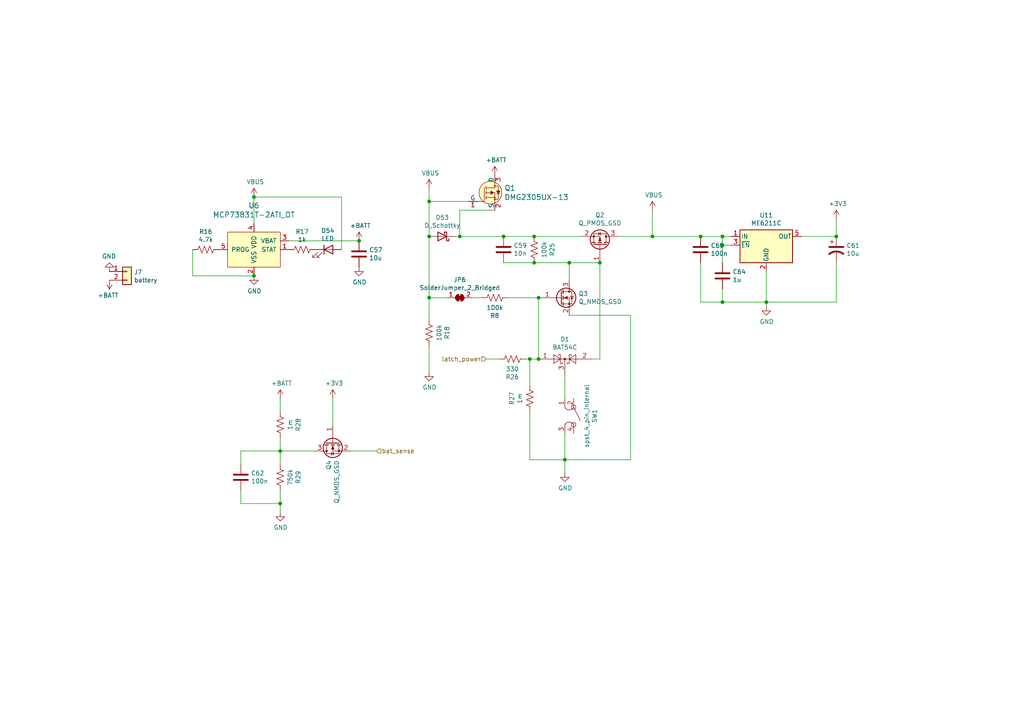
<source format=kicad_sch>
(kicad_sch (version 20211123) (generator eeschema)

  (uuid ff203a9b-3d2e-4e1d-a6f0-12d16e5120fb)

  (paper "A4")

  (title_block
    (title "TDM")
    (date "2021-09-17")
    (rev "6")
    (company "TWR")
    (comment 1 "Pocket Sound Computer")
  )

  (lib_symbols
    (symbol "Connector_Generic:Conn_01x02" (pin_names (offset 1.016) hide) (in_bom yes) (on_board yes)
      (property "Reference" "J" (id 0) (at 0 2.54 0)
        (effects (font (size 1.27 1.27)))
      )
      (property "Value" "Conn_01x02" (id 1) (at 0 -5.08 0)
        (effects (font (size 1.27 1.27)))
      )
      (property "Footprint" "" (id 2) (at 0 0 0)
        (effects (font (size 1.27 1.27)) hide)
      )
      (property "Datasheet" "~" (id 3) (at 0 0 0)
        (effects (font (size 1.27 1.27)) hide)
      )
      (property "ki_keywords" "connector" (id 4) (at 0 0 0)
        (effects (font (size 1.27 1.27)) hide)
      )
      (property "ki_description" "Generic connector, single row, 01x02, script generated (kicad-library-utils/schlib/autogen/connector/)" (id 5) (at 0 0 0)
        (effects (font (size 1.27 1.27)) hide)
      )
      (property "ki_fp_filters" "Connector*:*_1x??_*" (id 6) (at 0 0 0)
        (effects (font (size 1.27 1.27)) hide)
      )
      (symbol "Conn_01x02_1_1"
        (rectangle (start -1.27 -2.413) (end 0 -2.667)
          (stroke (width 0.1524) (type default) (color 0 0 0 0))
          (fill (type none))
        )
        (rectangle (start -1.27 0.127) (end 0 -0.127)
          (stroke (width 0.1524) (type default) (color 0 0 0 0))
          (fill (type none))
        )
        (rectangle (start -1.27 1.27) (end 1.27 -3.81)
          (stroke (width 0.254) (type default) (color 0 0 0 0))
          (fill (type background))
        )
        (pin passive line (at -5.08 0 0) (length 3.81)
          (name "Pin_1" (effects (font (size 1.27 1.27))))
          (number "1" (effects (font (size 1.27 1.27))))
        )
        (pin passive line (at -5.08 -2.54 0) (length 3.81)
          (name "Pin_2" (effects (font (size 1.27 1.27))))
          (number "2" (effects (font (size 1.27 1.27))))
        )
      )
    )
    (symbol "Device:C" (pin_numbers hide) (pin_names (offset 0.254)) (in_bom yes) (on_board yes)
      (property "Reference" "C" (id 0) (at 0.635 2.54 0)
        (effects (font (size 1.27 1.27)) (justify left))
      )
      (property "Value" "C" (id 1) (at 0.635 -2.54 0)
        (effects (font (size 1.27 1.27)) (justify left))
      )
      (property "Footprint" "" (id 2) (at 0.9652 -3.81 0)
        (effects (font (size 1.27 1.27)) hide)
      )
      (property "Datasheet" "~" (id 3) (at 0 0 0)
        (effects (font (size 1.27 1.27)) hide)
      )
      (property "ki_keywords" "cap capacitor" (id 4) (at 0 0 0)
        (effects (font (size 1.27 1.27)) hide)
      )
      (property "ki_description" "Unpolarized capacitor" (id 5) (at 0 0 0)
        (effects (font (size 1.27 1.27)) hide)
      )
      (property "ki_fp_filters" "C_*" (id 6) (at 0 0 0)
        (effects (font (size 1.27 1.27)) hide)
      )
      (symbol "C_0_1"
        (polyline
          (pts
            (xy -2.032 -0.762)
            (xy 2.032 -0.762)
          )
          (stroke (width 0.508) (type default) (color 0 0 0 0))
          (fill (type none))
        )
        (polyline
          (pts
            (xy -2.032 0.762)
            (xy 2.032 0.762)
          )
          (stroke (width 0.508) (type default) (color 0 0 0 0))
          (fill (type none))
        )
      )
      (symbol "C_1_1"
        (pin passive line (at 0 3.81 270) (length 2.794)
          (name "~" (effects (font (size 1.27 1.27))))
          (number "1" (effects (font (size 1.27 1.27))))
        )
        (pin passive line (at 0 -3.81 90) (length 2.794)
          (name "~" (effects (font (size 1.27 1.27))))
          (number "2" (effects (font (size 1.27 1.27))))
        )
      )
    )
    (symbol "Device:CP1" (pin_numbers hide) (pin_names (offset 0.254) hide) (in_bom yes) (on_board yes)
      (property "Reference" "C" (id 0) (at 0.635 2.54 0)
        (effects (font (size 1.27 1.27)) (justify left))
      )
      (property "Value" "Device_CP1" (id 1) (at 0.635 -2.54 0)
        (effects (font (size 1.27 1.27)) (justify left))
      )
      (property "Footprint" "" (id 2) (at 0 0 0)
        (effects (font (size 1.27 1.27)) hide)
      )
      (property "Datasheet" "" (id 3) (at 0 0 0)
        (effects (font (size 1.27 1.27)) hide)
      )
      (property "ki_fp_filters" "CP_*" (id 4) (at 0 0 0)
        (effects (font (size 1.27 1.27)) hide)
      )
      (symbol "CP1_0_1"
        (polyline
          (pts
            (xy -2.032 0.762)
            (xy 2.032 0.762)
          )
          (stroke (width 0.508) (type default) (color 0 0 0 0))
          (fill (type none))
        )
        (polyline
          (pts
            (xy -1.778 2.286)
            (xy -0.762 2.286)
          )
          (stroke (width 0) (type default) (color 0 0 0 0))
          (fill (type none))
        )
        (polyline
          (pts
            (xy -1.27 1.778)
            (xy -1.27 2.794)
          )
          (stroke (width 0) (type default) (color 0 0 0 0))
          (fill (type none))
        )
        (arc (start 2.032 -1.27) (mid 0 -0.5572) (end -2.032 -1.27)
          (stroke (width 0.508) (type default) (color 0 0 0 0))
          (fill (type none))
        )
      )
      (symbol "CP1_1_1"
        (pin passive line (at 0 3.81 270) (length 2.794)
          (name "~" (effects (font (size 1.27 1.27))))
          (number "1" (effects (font (size 1.27 1.27))))
        )
        (pin passive line (at 0 -3.81 90) (length 3.302)
          (name "~" (effects (font (size 1.27 1.27))))
          (number "2" (effects (font (size 1.27 1.27))))
        )
      )
    )
    (symbol "Device:D_Schottky" (pin_numbers hide) (pin_names (offset 1.016) hide) (in_bom yes) (on_board yes)
      (property "Reference" "D" (id 0) (at 0 2.54 0)
        (effects (font (size 1.27 1.27)))
      )
      (property "Value" "D_Schottky" (id 1) (at 0 -2.54 0)
        (effects (font (size 1.27 1.27)))
      )
      (property "Footprint" "" (id 2) (at 0 0 0)
        (effects (font (size 1.27 1.27)) hide)
      )
      (property "Datasheet" "~" (id 3) (at 0 0 0)
        (effects (font (size 1.27 1.27)) hide)
      )
      (property "ki_keywords" "diode Schottky" (id 4) (at 0 0 0)
        (effects (font (size 1.27 1.27)) hide)
      )
      (property "ki_description" "Schottky diode" (id 5) (at 0 0 0)
        (effects (font (size 1.27 1.27)) hide)
      )
      (property "ki_fp_filters" "TO-???* *_Diode_* *SingleDiode* D_*" (id 6) (at 0 0 0)
        (effects (font (size 1.27 1.27)) hide)
      )
      (symbol "D_Schottky_0_1"
        (polyline
          (pts
            (xy 1.27 0)
            (xy -1.27 0)
          )
          (stroke (width 0) (type default) (color 0 0 0 0))
          (fill (type none))
        )
        (polyline
          (pts
            (xy 1.27 1.27)
            (xy 1.27 -1.27)
            (xy -1.27 0)
            (xy 1.27 1.27)
          )
          (stroke (width 0.254) (type default) (color 0 0 0 0))
          (fill (type none))
        )
        (polyline
          (pts
            (xy -1.905 0.635)
            (xy -1.905 1.27)
            (xy -1.27 1.27)
            (xy -1.27 -1.27)
            (xy -0.635 -1.27)
            (xy -0.635 -0.635)
          )
          (stroke (width 0.254) (type default) (color 0 0 0 0))
          (fill (type none))
        )
      )
      (symbol "D_Schottky_1_1"
        (pin passive line (at -3.81 0 0) (length 2.54)
          (name "K" (effects (font (size 1.27 1.27))))
          (number "1" (effects (font (size 1.27 1.27))))
        )
        (pin passive line (at 3.81 0 180) (length 2.54)
          (name "A" (effects (font (size 1.27 1.27))))
          (number "2" (effects (font (size 1.27 1.27))))
        )
      )
    )
    (symbol "Device:LED" (pin_numbers hide) (pin_names (offset 1.016) hide) (in_bom yes) (on_board yes)
      (property "Reference" "D" (id 0) (at 0 2.54 0)
        (effects (font (size 1.27 1.27)))
      )
      (property "Value" "LED" (id 1) (at 0 -2.54 0)
        (effects (font (size 1.27 1.27)))
      )
      (property "Footprint" "" (id 2) (at 0 0 0)
        (effects (font (size 1.27 1.27)) hide)
      )
      (property "Datasheet" "~" (id 3) (at 0 0 0)
        (effects (font (size 1.27 1.27)) hide)
      )
      (property "ki_keywords" "LED diode" (id 4) (at 0 0 0)
        (effects (font (size 1.27 1.27)) hide)
      )
      (property "ki_description" "Light emitting diode" (id 5) (at 0 0 0)
        (effects (font (size 1.27 1.27)) hide)
      )
      (property "ki_fp_filters" "LED* LED_SMD:* LED_THT:*" (id 6) (at 0 0 0)
        (effects (font (size 1.27 1.27)) hide)
      )
      (symbol "LED_0_1"
        (polyline
          (pts
            (xy -1.27 -1.27)
            (xy -1.27 1.27)
          )
          (stroke (width 0.254) (type default) (color 0 0 0 0))
          (fill (type none))
        )
        (polyline
          (pts
            (xy -1.27 0)
            (xy 1.27 0)
          )
          (stroke (width 0) (type default) (color 0 0 0 0))
          (fill (type none))
        )
        (polyline
          (pts
            (xy 1.27 -1.27)
            (xy 1.27 1.27)
            (xy -1.27 0)
            (xy 1.27 -1.27)
          )
          (stroke (width 0.254) (type default) (color 0 0 0 0))
          (fill (type none))
        )
        (polyline
          (pts
            (xy -3.048 -0.762)
            (xy -4.572 -2.286)
            (xy -3.81 -2.286)
            (xy -4.572 -2.286)
            (xy -4.572 -1.524)
          )
          (stroke (width 0) (type default) (color 0 0 0 0))
          (fill (type none))
        )
        (polyline
          (pts
            (xy -1.778 -0.762)
            (xy -3.302 -2.286)
            (xy -2.54 -2.286)
            (xy -3.302 -2.286)
            (xy -3.302 -1.524)
          )
          (stroke (width 0) (type default) (color 0 0 0 0))
          (fill (type none))
        )
      )
      (symbol "LED_1_1"
        (pin passive line (at -3.81 0 0) (length 2.54)
          (name "K" (effects (font (size 1.27 1.27))))
          (number "1" (effects (font (size 1.27 1.27))))
        )
        (pin passive line (at 3.81 0 180) (length 2.54)
          (name "A" (effects (font (size 1.27 1.27))))
          (number "2" (effects (font (size 1.27 1.27))))
        )
      )
    )
    (symbol "Device:Q_NMOS_GSD" (pin_names (offset 0) hide) (in_bom yes) (on_board yes)
      (property "Reference" "Q" (id 0) (at 5.08 1.27 0)
        (effects (font (size 1.27 1.27)) (justify left))
      )
      (property "Value" "Q_NMOS_GSD" (id 1) (at 5.08 -1.27 0)
        (effects (font (size 1.27 1.27)) (justify left))
      )
      (property "Footprint" "" (id 2) (at 5.08 2.54 0)
        (effects (font (size 1.27 1.27)) hide)
      )
      (property "Datasheet" "~" (id 3) (at 0 0 0)
        (effects (font (size 1.27 1.27)) hide)
      )
      (property "ki_keywords" "transistor NMOS N-MOS N-MOSFET" (id 4) (at 0 0 0)
        (effects (font (size 1.27 1.27)) hide)
      )
      (property "ki_description" "N-MOSFET transistor, gate/source/drain" (id 5) (at 0 0 0)
        (effects (font (size 1.27 1.27)) hide)
      )
      (symbol "Q_NMOS_GSD_0_1"
        (polyline
          (pts
            (xy 0.254 0)
            (xy -2.54 0)
          )
          (stroke (width 0) (type default) (color 0 0 0 0))
          (fill (type none))
        )
        (polyline
          (pts
            (xy 0.254 1.905)
            (xy 0.254 -1.905)
          )
          (stroke (width 0.254) (type default) (color 0 0 0 0))
          (fill (type none))
        )
        (polyline
          (pts
            (xy 0.762 -1.27)
            (xy 0.762 -2.286)
          )
          (stroke (width 0.254) (type default) (color 0 0 0 0))
          (fill (type none))
        )
        (polyline
          (pts
            (xy 0.762 0.508)
            (xy 0.762 -0.508)
          )
          (stroke (width 0.254) (type default) (color 0 0 0 0))
          (fill (type none))
        )
        (polyline
          (pts
            (xy 0.762 2.286)
            (xy 0.762 1.27)
          )
          (stroke (width 0.254) (type default) (color 0 0 0 0))
          (fill (type none))
        )
        (polyline
          (pts
            (xy 2.54 2.54)
            (xy 2.54 1.778)
          )
          (stroke (width 0) (type default) (color 0 0 0 0))
          (fill (type none))
        )
        (polyline
          (pts
            (xy 2.54 -2.54)
            (xy 2.54 0)
            (xy 0.762 0)
          )
          (stroke (width 0) (type default) (color 0 0 0 0))
          (fill (type none))
        )
        (polyline
          (pts
            (xy 0.762 -1.778)
            (xy 3.302 -1.778)
            (xy 3.302 1.778)
            (xy 0.762 1.778)
          )
          (stroke (width 0) (type default) (color 0 0 0 0))
          (fill (type none))
        )
        (polyline
          (pts
            (xy 1.016 0)
            (xy 2.032 0.381)
            (xy 2.032 -0.381)
            (xy 1.016 0)
          )
          (stroke (width 0) (type default) (color 0 0 0 0))
          (fill (type outline))
        )
        (polyline
          (pts
            (xy 2.794 0.508)
            (xy 2.921 0.381)
            (xy 3.683 0.381)
            (xy 3.81 0.254)
          )
          (stroke (width 0) (type default) (color 0 0 0 0))
          (fill (type none))
        )
        (polyline
          (pts
            (xy 3.302 0.381)
            (xy 2.921 -0.254)
            (xy 3.683 -0.254)
            (xy 3.302 0.381)
          )
          (stroke (width 0) (type default) (color 0 0 0 0))
          (fill (type none))
        )
        (circle (center 1.651 0) (radius 2.794)
          (stroke (width 0.254) (type default) (color 0 0 0 0))
          (fill (type none))
        )
        (circle (center 2.54 -1.778) (radius 0.254)
          (stroke (width 0) (type default) (color 0 0 0 0))
          (fill (type outline))
        )
        (circle (center 2.54 1.778) (radius 0.254)
          (stroke (width 0) (type default) (color 0 0 0 0))
          (fill (type outline))
        )
      )
      (symbol "Q_NMOS_GSD_1_1"
        (pin input line (at -5.08 0 0) (length 2.54)
          (name "G" (effects (font (size 1.27 1.27))))
          (number "1" (effects (font (size 1.27 1.27))))
        )
        (pin passive line (at 2.54 -5.08 90) (length 2.54)
          (name "S" (effects (font (size 1.27 1.27))))
          (number "2" (effects (font (size 1.27 1.27))))
        )
        (pin passive line (at 2.54 5.08 270) (length 2.54)
          (name "D" (effects (font (size 1.27 1.27))))
          (number "3" (effects (font (size 1.27 1.27))))
        )
      )
    )
    (symbol "Device:Q_PMOS_GSD" (pin_names (offset 0) hide) (in_bom yes) (on_board yes)
      (property "Reference" "Q" (id 0) (at 5.08 1.27 0)
        (effects (font (size 1.27 1.27)) (justify left))
      )
      (property "Value" "Q_PMOS_GSD" (id 1) (at 5.08 -1.27 0)
        (effects (font (size 1.27 1.27)) (justify left))
      )
      (property "Footprint" "" (id 2) (at 5.08 2.54 0)
        (effects (font (size 1.27 1.27)) hide)
      )
      (property "Datasheet" "~" (id 3) (at 0 0 0)
        (effects (font (size 1.27 1.27)) hide)
      )
      (property "ki_keywords" "transistor PMOS P-MOS P-MOSFET" (id 4) (at 0 0 0)
        (effects (font (size 1.27 1.27)) hide)
      )
      (property "ki_description" "P-MOSFET transistor, gate/source/drain" (id 5) (at 0 0 0)
        (effects (font (size 1.27 1.27)) hide)
      )
      (symbol "Q_PMOS_GSD_0_1"
        (polyline
          (pts
            (xy 0.254 0)
            (xy -2.54 0)
          )
          (stroke (width 0) (type default) (color 0 0 0 0))
          (fill (type none))
        )
        (polyline
          (pts
            (xy 0.254 1.905)
            (xy 0.254 -1.905)
          )
          (stroke (width 0.254) (type default) (color 0 0 0 0))
          (fill (type none))
        )
        (polyline
          (pts
            (xy 0.762 -1.27)
            (xy 0.762 -2.286)
          )
          (stroke (width 0.254) (type default) (color 0 0 0 0))
          (fill (type none))
        )
        (polyline
          (pts
            (xy 0.762 0.508)
            (xy 0.762 -0.508)
          )
          (stroke (width 0.254) (type default) (color 0 0 0 0))
          (fill (type none))
        )
        (polyline
          (pts
            (xy 0.762 2.286)
            (xy 0.762 1.27)
          )
          (stroke (width 0.254) (type default) (color 0 0 0 0))
          (fill (type none))
        )
        (polyline
          (pts
            (xy 2.54 2.54)
            (xy 2.54 1.778)
          )
          (stroke (width 0) (type default) (color 0 0 0 0))
          (fill (type none))
        )
        (polyline
          (pts
            (xy 2.54 -2.54)
            (xy 2.54 0)
            (xy 0.762 0)
          )
          (stroke (width 0) (type default) (color 0 0 0 0))
          (fill (type none))
        )
        (polyline
          (pts
            (xy 0.762 1.778)
            (xy 3.302 1.778)
            (xy 3.302 -1.778)
            (xy 0.762 -1.778)
          )
          (stroke (width 0) (type default) (color 0 0 0 0))
          (fill (type none))
        )
        (polyline
          (pts
            (xy 2.286 0)
            (xy 1.27 0.381)
            (xy 1.27 -0.381)
            (xy 2.286 0)
          )
          (stroke (width 0) (type default) (color 0 0 0 0))
          (fill (type outline))
        )
        (polyline
          (pts
            (xy 2.794 -0.508)
            (xy 2.921 -0.381)
            (xy 3.683 -0.381)
            (xy 3.81 -0.254)
          )
          (stroke (width 0) (type default) (color 0 0 0 0))
          (fill (type none))
        )
        (polyline
          (pts
            (xy 3.302 -0.381)
            (xy 2.921 0.254)
            (xy 3.683 0.254)
            (xy 3.302 -0.381)
          )
          (stroke (width 0) (type default) (color 0 0 0 0))
          (fill (type none))
        )
        (circle (center 1.651 0) (radius 2.794)
          (stroke (width 0.254) (type default) (color 0 0 0 0))
          (fill (type none))
        )
        (circle (center 2.54 -1.778) (radius 0.254)
          (stroke (width 0) (type default) (color 0 0 0 0))
          (fill (type outline))
        )
        (circle (center 2.54 1.778) (radius 0.254)
          (stroke (width 0) (type default) (color 0 0 0 0))
          (fill (type outline))
        )
      )
      (symbol "Q_PMOS_GSD_1_1"
        (pin input line (at -5.08 0 0) (length 2.54)
          (name "G" (effects (font (size 1.27 1.27))))
          (number "1" (effects (font (size 1.27 1.27))))
        )
        (pin passive line (at 2.54 -5.08 90) (length 2.54)
          (name "S" (effects (font (size 1.27 1.27))))
          (number "2" (effects (font (size 1.27 1.27))))
        )
        (pin passive line (at 2.54 5.08 270) (length 2.54)
          (name "D" (effects (font (size 1.27 1.27))))
          (number "3" (effects (font (size 1.27 1.27))))
        )
      )
    )
    (symbol "Device:R_US" (pin_numbers hide) (pin_names (offset 0)) (in_bom yes) (on_board yes)
      (property "Reference" "R" (id 0) (at 2.54 0 90)
        (effects (font (size 1.27 1.27)))
      )
      (property "Value" "R_US" (id 1) (at -2.54 0 90)
        (effects (font (size 1.27 1.27)))
      )
      (property "Footprint" "" (id 2) (at 1.016 -0.254 90)
        (effects (font (size 1.27 1.27)) hide)
      )
      (property "Datasheet" "~" (id 3) (at 0 0 0)
        (effects (font (size 1.27 1.27)) hide)
      )
      (property "ki_keywords" "R res resistor" (id 4) (at 0 0 0)
        (effects (font (size 1.27 1.27)) hide)
      )
      (property "ki_description" "Resistor, US symbol" (id 5) (at 0 0 0)
        (effects (font (size 1.27 1.27)) hide)
      )
      (property "ki_fp_filters" "R_*" (id 6) (at 0 0 0)
        (effects (font (size 1.27 1.27)) hide)
      )
      (symbol "R_US_0_1"
        (polyline
          (pts
            (xy 0 -2.286)
            (xy 0 -2.54)
          )
          (stroke (width 0) (type default) (color 0 0 0 0))
          (fill (type none))
        )
        (polyline
          (pts
            (xy 0 2.286)
            (xy 0 2.54)
          )
          (stroke (width 0) (type default) (color 0 0 0 0))
          (fill (type none))
        )
        (polyline
          (pts
            (xy 0 -0.762)
            (xy 1.016 -1.143)
            (xy 0 -1.524)
            (xy -1.016 -1.905)
            (xy 0 -2.286)
          )
          (stroke (width 0) (type default) (color 0 0 0 0))
          (fill (type none))
        )
        (polyline
          (pts
            (xy 0 0.762)
            (xy 1.016 0.381)
            (xy 0 0)
            (xy -1.016 -0.381)
            (xy 0 -0.762)
          )
          (stroke (width 0) (type default) (color 0 0 0 0))
          (fill (type none))
        )
        (polyline
          (pts
            (xy 0 2.286)
            (xy 1.016 1.905)
            (xy 0 1.524)
            (xy -1.016 1.143)
            (xy 0 0.762)
          )
          (stroke (width 0) (type default) (color 0 0 0 0))
          (fill (type none))
        )
      )
      (symbol "R_US_1_1"
        (pin passive line (at 0 3.81 270) (length 1.27)
          (name "~" (effects (font (size 1.27 1.27))))
          (number "1" (effects (font (size 1.27 1.27))))
        )
        (pin passive line (at 0 -3.81 90) (length 1.27)
          (name "~" (effects (font (size 1.27 1.27))))
          (number "2" (effects (font (size 1.27 1.27))))
        )
      )
    )
    (symbol "Diode:BAT54C" (pin_names (offset 1.016)) (in_bom yes) (on_board yes)
      (property "Reference" "D" (id 0) (at 0.635 -3.81 0)
        (effects (font (size 1.27 1.27)) (justify left))
      )
      (property "Value" "BAT54C" (id 1) (at -6.35 3.175 0)
        (effects (font (size 1.27 1.27)) (justify left))
      )
      (property "Footprint" "Package_TO_SOT_SMD:SOT-23" (id 2) (at 1.905 3.175 0)
        (effects (font (size 1.27 1.27)) (justify left) hide)
      )
      (property "Datasheet" "http://www.diodes.com/_files/datasheets/ds11005.pdf" (id 3) (at -2.032 0 0)
        (effects (font (size 1.27 1.27)) hide)
      )
      (property "ki_keywords" "schottky diode common cathode" (id 4) (at 0 0 0)
        (effects (font (size 1.27 1.27)) hide)
      )
      (property "ki_description" "dual schottky barrier diode, common cathode" (id 5) (at 0 0 0)
        (effects (font (size 1.27 1.27)) hide)
      )
      (property "ki_fp_filters" "SOT?23*" (id 6) (at 0 0 0)
        (effects (font (size 1.27 1.27)) hide)
      )
      (symbol "BAT54C_0_1"
        (polyline
          (pts
            (xy -1.905 0)
            (xy 1.905 0)
          )
          (stroke (width 0) (type default) (color 0 0 0 0))
          (fill (type none))
        )
        (polyline
          (pts
            (xy -1.905 1.27)
            (xy -1.905 1.016)
          )
          (stroke (width 0) (type default) (color 0 0 0 0))
          (fill (type none))
        )
        (polyline
          (pts
            (xy -1.27 -1.27)
            (xy -0.635 -1.27)
          )
          (stroke (width 0) (type default) (color 0 0 0 0))
          (fill (type none))
        )
        (polyline
          (pts
            (xy -1.27 0)
            (xy -3.81 0)
          )
          (stroke (width 0) (type default) (color 0 0 0 0))
          (fill (type none))
        )
        (polyline
          (pts
            (xy -1.27 1.27)
            (xy -1.905 1.27)
          )
          (stroke (width 0) (type default) (color 0 0 0 0))
          (fill (type none))
        )
        (polyline
          (pts
            (xy -1.27 1.27)
            (xy -1.27 -1.27)
          )
          (stroke (width 0) (type default) (color 0 0 0 0))
          (fill (type none))
        )
        (polyline
          (pts
            (xy -0.635 -1.27)
            (xy -0.635 -1.016)
          )
          (stroke (width 0) (type default) (color 0 0 0 0))
          (fill (type none))
        )
        (polyline
          (pts
            (xy 0.635 -1.27)
            (xy 0.635 -1.016)
          )
          (stroke (width 0) (type default) (color 0 0 0 0))
          (fill (type none))
        )
        (polyline
          (pts
            (xy 1.27 -1.27)
            (xy 0.635 -1.27)
          )
          (stroke (width 0) (type default) (color 0 0 0 0))
          (fill (type none))
        )
        (polyline
          (pts
            (xy 1.27 1.27)
            (xy 1.27 -1.27)
          )
          (stroke (width 0) (type default) (color 0 0 0 0))
          (fill (type none))
        )
        (polyline
          (pts
            (xy 1.27 1.27)
            (xy 1.905 1.27)
          )
          (stroke (width 0) (type default) (color 0 0 0 0))
          (fill (type none))
        )
        (polyline
          (pts
            (xy 1.905 1.27)
            (xy 1.905 1.016)
          )
          (stroke (width 0) (type default) (color 0 0 0 0))
          (fill (type none))
        )
        (polyline
          (pts
            (xy 3.81 0)
            (xy 1.27 0)
          )
          (stroke (width 0) (type default) (color 0 0 0 0))
          (fill (type none))
        )
        (polyline
          (pts
            (xy -3.175 -1.27)
            (xy -3.175 1.27)
            (xy -1.27 0)
            (xy -3.175 -1.27)
          )
          (stroke (width 0) (type default) (color 0 0 0 0))
          (fill (type none))
        )
        (polyline
          (pts
            (xy 3.175 -1.27)
            (xy 3.175 1.27)
            (xy 1.27 0)
            (xy 3.175 -1.27)
          )
          (stroke (width 0) (type default) (color 0 0 0 0))
          (fill (type none))
        )
        (circle (center 0 0) (radius 0.254)
          (stroke (width 0) (type default) (color 0 0 0 0))
          (fill (type outline))
        )
      )
      (symbol "BAT54C_1_1"
        (pin passive line (at -7.62 0 0) (length 3.81)
          (name "~" (effects (font (size 1.27 1.27))))
          (number "1" (effects (font (size 1.27 1.27))))
        )
        (pin passive line (at 7.62 0 180) (length 3.81)
          (name "~" (effects (font (size 1.27 1.27))))
          (number "2" (effects (font (size 1.27 1.27))))
        )
        (pin passive line (at 0 -5.08 90) (length 5.08)
          (name "~" (effects (font (size 1.27 1.27))))
          (number "3" (effects (font (size 1.27 1.27))))
        )
      )
    )
    (symbol "Jumper:SolderJumper_2_Bridged" (pin_names (offset 0) hide) (in_bom yes) (on_board yes)
      (property "Reference" "JP" (id 0) (at 0 2.032 0)
        (effects (font (size 1.27 1.27)))
      )
      (property "Value" "SolderJumper_2_Bridged" (id 1) (at 0 -2.54 0)
        (effects (font (size 1.27 1.27)))
      )
      (property "Footprint" "" (id 2) (at 0 0 0)
        (effects (font (size 1.27 1.27)) hide)
      )
      (property "Datasheet" "~" (id 3) (at 0 0 0)
        (effects (font (size 1.27 1.27)) hide)
      )
      (property "ki_keywords" "solder jumper SPST" (id 4) (at 0 0 0)
        (effects (font (size 1.27 1.27)) hide)
      )
      (property "ki_description" "Solder Jumper, 2-pole, closed/bridged" (id 5) (at 0 0 0)
        (effects (font (size 1.27 1.27)) hide)
      )
      (property "ki_fp_filters" "SolderJumper*Bridged*" (id 6) (at 0 0 0)
        (effects (font (size 1.27 1.27)) hide)
      )
      (symbol "SolderJumper_2_Bridged_0_1"
        (rectangle (start -0.508 0.508) (end 0.508 -0.508)
          (stroke (width 0) (type default) (color 0 0 0 0))
          (fill (type outline))
        )
        (arc (start -0.254 1.016) (mid -1.27 0) (end -0.254 -1.016)
          (stroke (width 0) (type default) (color 0 0 0 0))
          (fill (type none))
        )
        (arc (start -0.254 1.016) (mid -1.27 0) (end -0.254 -1.016)
          (stroke (width 0) (type default) (color 0 0 0 0))
          (fill (type outline))
        )
        (polyline
          (pts
            (xy -0.254 1.016)
            (xy -0.254 -1.016)
          )
          (stroke (width 0) (type default) (color 0 0 0 0))
          (fill (type none))
        )
        (polyline
          (pts
            (xy 0.254 1.016)
            (xy 0.254 -1.016)
          )
          (stroke (width 0) (type default) (color 0 0 0 0))
          (fill (type none))
        )
        (arc (start 0.254 -1.016) (mid 1.27 0) (end 0.254 1.016)
          (stroke (width 0) (type default) (color 0 0 0 0))
          (fill (type none))
        )
        (arc (start 0.254 -1.016) (mid 1.27 0) (end 0.254 1.016)
          (stroke (width 0) (type default) (color 0 0 0 0))
          (fill (type outline))
        )
      )
      (symbol "SolderJumper_2_Bridged_1_1"
        (pin passive line (at -3.81 0 0) (length 2.54)
          (name "A" (effects (font (size 1.27 1.27))))
          (number "1" (effects (font (size 1.27 1.27))))
        )
        (pin passive line (at 3.81 0 180) (length 2.54)
          (name "B" (effects (font (size 1.27 1.27))))
          (number "2" (effects (font (size 1.27 1.27))))
        )
      )
    )
    (symbol "customLibrary:ME6211C" (pin_names (offset 0.254)) (in_bom yes) (on_board yes)
      (property "Reference" "U" (id 0) (at -6.35 5.715 0)
        (effects (font (size 1.27 1.27)))
      )
      (property "Value" "customLibrary_ME6211C" (id 1) (at 0 5.715 0)
        (effects (font (size 1.27 1.27)) (justify left))
      )
      (property "Footprint" "Package_TO_SOT_SMD:SOT-23-5" (id 2) (at 0 8.255 0)
        (effects (font (size 1.27 1.27) italic) hide)
      )
      (property "Datasheet" "" (id 3) (at 0 -1.27 0)
        (effects (font (size 1.27 1.27)) hide)
      )
      (property "ki_fp_filters" "SOT?23*" (id 4) (at 0 0 0)
        (effects (font (size 1.27 1.27)) hide)
      )
      (symbol "ME6211C_0_1"
        (rectangle (start -7.62 4.445) (end 7.62 -5.08)
          (stroke (width 0.254) (type default) (color 0 0 0 0))
          (fill (type background))
        )
      )
      (symbol "ME6211C_1_1"
        (pin power_in line (at -10.16 2.54 0) (length 2.54)
          (name "IN" (effects (font (size 1.27 1.27))))
          (number "1" (effects (font (size 1.27 1.27))))
        )
        (pin power_in line (at 0 -7.62 90) (length 2.54)
          (name "GND" (effects (font (size 1.27 1.27))))
          (number "2" (effects (font (size 1.27 1.27))))
        )
        (pin input line (at -10.16 0 0) (length 2.54)
          (name "~{EN}" (effects (font (size 1.27 1.27))))
          (number "3" (effects (font (size 1.27 1.27))))
        )
        (pin no_connect line (at 10.16 0 180) (length 2.54) hide
          (name "NC" (effects (font (size 1.27 1.27))))
          (number "4" (effects (font (size 1.27 1.27))))
        )
        (pin power_out line (at 10.16 2.54 180) (length 2.54)
          (name "OUT" (effects (font (size 1.27 1.27))))
          (number "5" (effects (font (size 1.27 1.27))))
        )
      )
    )
    (symbol "customLibrary:VSYS" (power) (pin_names (offset 0)) (in_bom yes) (on_board yes)
      (property "Reference" "#PWR" (id 0) (at 0 -3.81 0)
        (effects (font (size 1.27 1.27)) hide)
      )
      (property "Value" "customLibrary_VSYS" (id 1) (at 0 3.81 0)
        (effects (font (size 1.27 1.27)))
      )
      (property "Footprint" "" (id 2) (at 0 0 0)
        (effects (font (size 1.27 1.27)) hide)
      )
      (property "Datasheet" "" (id 3) (at 0 0 0)
        (effects (font (size 1.27 1.27)) hide)
      )
      (symbol "VSYS_0_1"
        (polyline
          (pts
            (xy -0.762 1.27)
            (xy 0 2.54)
          )
          (stroke (width 0) (type default) (color 0 0 0 0))
          (fill (type none))
        )
        (polyline
          (pts
            (xy 0 0)
            (xy 0 2.54)
          )
          (stroke (width 0) (type default) (color 0 0 0 0))
          (fill (type none))
        )
        (polyline
          (pts
            (xy 0 2.54)
            (xy 0.762 1.27)
          )
          (stroke (width 0) (type default) (color 0 0 0 0))
          (fill (type none))
        )
      )
      (symbol "VSYS_1_1"
        (pin power_in line (at 0 0 90) (length 0) hide
          (name "VBUS" (effects (font (size 1.27 1.27))))
          (number "1" (effects (font (size 1.27 1.27))))
        )
      )
    )
    (symbol "customLibrary:spst_4_pin_internal" (pin_names (offset 1.016)) (in_bom yes) (on_board yes)
      (property "Reference" "SW" (id 0) (at 1.905 0 0)
        (effects (font (size 1.27 1.27)))
      )
      (property "Value" "customLibrary_spst_4_pin_internal" (id 1) (at 1.905 0 0)
        (effects (font (size 1.27 1.27)))
      )
      (property "Footprint" "" (id 2) (at 1.27 0 0)
        (effects (font (size 1.27 1.27)) hide)
      )
      (property "Datasheet" "" (id 3) (at 1.27 0 0)
        (effects (font (size 1.27 1.27)) hide)
      )
      (symbol "spst_4_pin_internal_0_1"
        (arc (start -2.54 1.27) (mid -1.7551 2.54) (end -2.54 3.81)
          (stroke (width 0) (type default) (color 0 0 0 0))
          (fill (type none))
        )
        (circle (center -2.54 3.81) (radius 0.635)
          (stroke (width 0) (type default) (color 0 0 0 0))
          (fill (type none))
        )
        (polyline
          (pts
            (xy -2.54 3.81)
            (xy 1.27 5.715)
          )
          (stroke (width 0) (type default) (color 0 0 0 0))
          (fill (type none))
        )
        (arc (start 2.54 3.81) (mid 1.7551 2.54) (end 2.54 1.27)
          (stroke (width 0) (type default) (color 0 0 0 0))
          (fill (type none))
        )
        (circle (center 2.54 3.81) (radius 0.635)
          (stroke (width 0) (type default) (color 0 0 0 0))
          (fill (type none))
        )
      )
      (symbol "spst_4_pin_internal_1_1"
        (pin power_in line (at -5.08 1.27 0) (length 2.54)
          (name "~" (effects (font (size 1.27 1.27))))
          (number "1" (effects (font (size 1.27 1.27))))
        )
        (pin power_in line (at -5.08 3.81 0) (length 2.54)
          (name "~" (effects (font (size 1.27 1.27))))
          (number "2" (effects (font (size 1.27 1.27))))
        )
        (pin power_in line (at 5.08 1.27 180) (length 2.54)
          (name "~" (effects (font (size 1.27 1.27))))
          (number "3" (effects (font (size 1.27 1.27))))
        )
        (pin power_in line (at 5.08 3.81 180) (length 2.54)
          (name "~" (effects (font (size 1.27 1.27))))
          (number "4" (effects (font (size 1.27 1.27))))
        )
      )
    )
    (symbol "dk_PMIC-Battery-Chargers:MCP73831T-2ATI_OT" (pin_names (offset 1.016)) (in_bom yes) (on_board yes)
      (property "Reference" "U" (id 0) (at -5.08 3.556 0)
        (effects (font (size 1.524 1.524)) (justify right))
      )
      (property "Value" "dk_PMIC-Battery-Chargers_MCP73831T-2ATI_OT" (id 1) (at 0.254 -8.89 0)
        (effects (font (size 1.524 1.524)) (justify left))
      )
      (property "Footprint" "digikey-footprints:SOT-753" (id 2) (at 5.08 5.08 0)
        (effects (font (size 1.524 1.524)) (justify left) hide)
      )
      (property "Datasheet" "http://ww1.microchip.com/downloads/en/DeviceDoc/20001984g.pdf" (id 3) (at 5.08 7.62 0)
        (effects (font (size 1.524 1.524)) (justify left) hide)
      )
      (property "Digi-Key_PN" "MCP73831T-2ATI/OTCT-ND" (id 4) (at 5.08 10.16 0)
        (effects (font (size 1.524 1.524)) (justify left) hide)
      )
      (property "MPN" "MCP73831T-2ATI/OT" (id 5) (at 5.08 12.7 0)
        (effects (font (size 1.524 1.524)) (justify left) hide)
      )
      (property "Category" "Integrated Circuits (ICs)" (id 6) (at 5.08 15.24 0)
        (effects (font (size 1.524 1.524)) (justify left) hide)
      )
      (property "Family" "PMIC - Battery Chargers" (id 7) (at 5.08 17.78 0)
        (effects (font (size 1.524 1.524)) (justify left) hide)
      )
      (property "DK_Datasheet_Link" "http://ww1.microchip.com/downloads/en/DeviceDoc/20001984g.pdf" (id 8) (at 5.08 20.32 0)
        (effects (font (size 1.524 1.524)) (justify left) hide)
      )
      (property "DK_Detail_Page" "/product-detail/en/microchip-technology/MCP73831T-2ATI-OT/MCP73831T-2ATI-OTCT-ND/1979803" (id 9) (at 5.08 22.86 0)
        (effects (font (size 1.524 1.524)) (justify left) hide)
      )
      (property "Description" "IC CONTROLLR LI-ION 4.2V SOT23-5" (id 10) (at 5.08 25.4 0)
        (effects (font (size 1.524 1.524)) (justify left) hide)
      )
      (property "Manufacturer" "Microchip Technology" (id 11) (at 5.08 27.94 0)
        (effects (font (size 1.524 1.524)) (justify left) hide)
      )
      (property "Status" "Active" (id 12) (at 5.08 30.48 0)
        (effects (font (size 1.524 1.524)) (justify left) hide)
      )
      (symbol "MCP73831T-2ATI_OT_0_1"
        (rectangle (start 7.62 2.54) (end -7.62 -7.62)
          (stroke (width 0) (type default) (color 0 0 0 0))
          (fill (type background))
        )
      )
      (symbol "MCP73831T-2ATI_OT_1_1"
        (pin output line (at 10.16 -2.54 180) (length 2.54)
          (name "STAT" (effects (font (size 1.27 1.27))))
          (number "1" (effects (font (size 1.27 1.27))))
        )
        (pin power_in line (at 0 -10.16 90) (length 2.54)
          (name "VSS" (effects (font (size 1.27 1.27))))
          (number "2" (effects (font (size 1.27 1.27))))
        )
        (pin power_out line (at 10.16 0 180) (length 2.54)
          (name "VBAT" (effects (font (size 1.27 1.27))))
          (number "3" (effects (font (size 1.27 1.27))))
        )
        (pin power_in line (at 0 5.08 270) (length 2.54)
          (name "VDD" (effects (font (size 1.27 1.27))))
          (number "4" (effects (font (size 1.27 1.27))))
        )
        (pin input line (at -10.16 -2.54 0) (length 2.54)
          (name "PROG" (effects (font (size 1.27 1.27))))
          (number "5" (effects (font (size 1.27 1.27))))
        )
      )
    )
    (symbol "dk_Transistors-FETs-MOSFETs-Single:DMG2305UX-13" (pin_names (offset 0)) (in_bom yes) (on_board yes)
      (property "Reference" "Q" (id 0) (at -2.6924 3.6322 0)
        (effects (font (size 1.524 1.524)) (justify right))
      )
      (property "Value" "dk_Transistors-FETs-MOSFETs-Single_DMG2305UX-13" (id 1) (at 3.4544 0 90)
        (effects (font (size 1.524 1.524)))
      )
      (property "Footprint" "digikey-footprints:SOT-23-3" (id 2) (at 5.08 5.08 0)
        (effects (font (size 1.524 1.524)) (justify left) hide)
      )
      (property "Datasheet" "https://www.diodes.com/assets/Datasheets/DMG2305UX.pdf" (id 3) (at 5.08 7.62 0)
        (effects (font (size 1.524 1.524)) (justify left) hide)
      )
      (property "Digi-Key_PN" "DMG2305UX-13DICT-ND" (id 4) (at 5.08 10.16 0)
        (effects (font (size 1.524 1.524)) (justify left) hide)
      )
      (property "MPN" "DMG2305UX-13" (id 5) (at 5.08 12.7 0)
        (effects (font (size 1.524 1.524)) (justify left) hide)
      )
      (property "Category" "Discrete Semiconductor Products" (id 6) (at 5.08 15.24 0)
        (effects (font (size 1.524 1.524)) (justify left) hide)
      )
      (property "Family" "Transistors - FETs, MOSFETs - Single" (id 7) (at 5.08 17.78 0)
        (effects (font (size 1.524 1.524)) (justify left) hide)
      )
      (property "DK_Datasheet_Link" "https://www.diodes.com/assets/Datasheets/DMG2305UX.pdf" (id 8) (at 5.08 20.32 0)
        (effects (font (size 1.524 1.524)) (justify left) hide)
      )
      (property "DK_Detail_Page" "/product-detail/en/diodes-incorporated/DMG2305UX-13/DMG2305UX-13DICT-ND/4251589" (id 9) (at 5.08 22.86 0)
        (effects (font (size 1.524 1.524)) (justify left) hide)
      )
      (property "Description" "MOSFET P-CH 20V 4.2A SOT23" (id 10) (at 5.08 25.4 0)
        (effects (font (size 1.524 1.524)) (justify left) hide)
      )
      (property "Manufacturer" "Diodes Incorporated" (id 11) (at 5.08 27.94 0)
        (effects (font (size 1.524 1.524)) (justify left) hide)
      )
      (property "Status" "Active" (id 12) (at 5.08 30.48 0)
        (effects (font (size 1.524 1.524)) (justify left) hide)
      )
      (symbol "DMG2305UX-13_0_1"
        (circle (center -1.27 0) (radius 3.302)
          (stroke (width 0) (type default) (color 0 0 0 0))
          (fill (type background))
        )
        (circle (center 0 -1.905) (radius 0.127)
          (stroke (width 0) (type default) (color 0 0 0 0))
          (fill (type none))
        )
        (circle (center 0 -1.397) (radius 0.127)
          (stroke (width 0) (type default) (color 0 0 0 0))
          (fill (type none))
        )
        (polyline
          (pts
            (xy 0 -1.397)
            (xy -2.54 -1.397)
          )
          (stroke (width 0) (type default) (color 0 0 0 0))
          (fill (type none))
        )
        (polyline
          (pts
            (xy -5.08 -2.54)
            (xy -3.048 -2.54)
            (xy -3.048 1.397)
          )
          (stroke (width 0) (type default) (color 0 0 0 0))
          (fill (type none))
        )
        (polyline
          (pts
            (xy 0 -2.54)
            (xy 0 0)
            (xy -2.54 0)
          )
          (stroke (width 0) (type default) (color 0 0 0 0))
          (fill (type none))
        )
        (polyline
          (pts
            (xy 0 2.54)
            (xy 0 1.397)
            (xy -2.54 1.397)
          )
          (stroke (width 0) (type default) (color 0 0 0 0))
          (fill (type none))
        )
        (polyline
          (pts
            (xy -0.127 -1.905)
            (xy 1.016 -1.905)
            (xy 1.016 1.397)
            (xy 1.016 1.905)
            (xy -0.127 1.905)
          )
          (stroke (width 0) (type default) (color 0 0 0 0))
          (fill (type none))
        )
        (circle (center 0 1.905) (radius 0.127)
          (stroke (width 0) (type default) (color 0 0 0 0))
          (fill (type none))
        )
      )
      (symbol "DMG2305UX-13_1_1"
        (polyline
          (pts
            (xy -2.54 -1.397)
            (xy -2.54 -1.905)
          )
          (stroke (width 0) (type default) (color 0 0 0 0))
          (fill (type none))
        )
        (polyline
          (pts
            (xy -2.54 -1.397)
            (xy -2.54 -0.889)
          )
          (stroke (width 0) (type default) (color 0 0 0 0))
          (fill (type none))
        )
        (polyline
          (pts
            (xy -2.54 0)
            (xy -2.54 -0.508)
          )
          (stroke (width 0) (type default) (color 0 0 0 0))
          (fill (type none))
        )
        (polyline
          (pts
            (xy -2.54 0)
            (xy -2.54 0.508)
          )
          (stroke (width 0) (type default) (color 0 0 0 0))
          (fill (type none))
        )
        (polyline
          (pts
            (xy -2.54 1.905)
            (xy -2.54 0.889)
          )
          (stroke (width 0) (type default) (color 0 0 0 0))
          (fill (type none))
        )
        (polyline
          (pts
            (xy 1.524 -0.254)
            (xy 0.508 -0.254)
          )
          (stroke (width 0) (type default) (color 0 0 0 0))
          (fill (type none))
        )
        (polyline
          (pts
            (xy -0.381 0)
            (xy -1.143 0.508)
            (xy -1.143 -0.508)
            (xy -0.381 0)
          )
          (stroke (width 0) (type default) (color 0 0 0 0))
          (fill (type outline))
        )
        (polyline
          (pts
            (xy 1.016 -0.254)
            (xy 1.524 0.508)
            (xy 0.508 0.508)
            (xy 1.016 -0.254)
          )
          (stroke (width 0) (type default) (color 0 0 0 0))
          (fill (type outline))
        )
        (pin bidirectional line (at -7.62 -2.54 0) (length 2.54)
          (name "G" (effects (font (size 1.27 1.27))))
          (number "1" (effects (font (size 1.27 1.27))))
        )
        (pin bidirectional line (at 0 -5.08 90) (length 2.54)
          (name "S" (effects (font (size 1.27 1.27))))
          (number "2" (effects (font (size 1.27 1.27))))
        )
        (pin bidirectional line (at 0 5.08 270) (length 2.54)
          (name "D" (effects (font (size 1.27 1.27))))
          (number "3" (effects (font (size 1.27 1.27))))
        )
      )
    )
    (symbol "power:+3V3" (power) (pin_names (offset 0)) (in_bom yes) (on_board yes)
      (property "Reference" "#PWR" (id 0) (at 0 -3.81 0)
        (effects (font (size 1.27 1.27)) hide)
      )
      (property "Value" "+3V3" (id 1) (at 0 3.556 0)
        (effects (font (size 1.27 1.27)))
      )
      (property "Footprint" "" (id 2) (at 0 0 0)
        (effects (font (size 1.27 1.27)) hide)
      )
      (property "Datasheet" "" (id 3) (at 0 0 0)
        (effects (font (size 1.27 1.27)) hide)
      )
      (property "ki_keywords" "power-flag" (id 4) (at 0 0 0)
        (effects (font (size 1.27 1.27)) hide)
      )
      (property "ki_description" "Power symbol creates a global label with name \"+3V3\"" (id 5) (at 0 0 0)
        (effects (font (size 1.27 1.27)) hide)
      )
      (symbol "+3V3_0_1"
        (polyline
          (pts
            (xy -0.762 1.27)
            (xy 0 2.54)
          )
          (stroke (width 0) (type default) (color 0 0 0 0))
          (fill (type none))
        )
        (polyline
          (pts
            (xy 0 0)
            (xy 0 2.54)
          )
          (stroke (width 0) (type default) (color 0 0 0 0))
          (fill (type none))
        )
        (polyline
          (pts
            (xy 0 2.54)
            (xy 0.762 1.27)
          )
          (stroke (width 0) (type default) (color 0 0 0 0))
          (fill (type none))
        )
      )
      (symbol "+3V3_1_1"
        (pin power_in line (at 0 0 90) (length 0) hide
          (name "+3V3" (effects (font (size 1.27 1.27))))
          (number "1" (effects (font (size 1.27 1.27))))
        )
      )
    )
    (symbol "power:+BATT" (power) (pin_names (offset 0)) (in_bom yes) (on_board yes)
      (property "Reference" "#PWR" (id 0) (at 0 -3.81 0)
        (effects (font (size 1.27 1.27)) hide)
      )
      (property "Value" "+BATT" (id 1) (at 0 3.556 0)
        (effects (font (size 1.27 1.27)))
      )
      (property "Footprint" "" (id 2) (at 0 0 0)
        (effects (font (size 1.27 1.27)) hide)
      )
      (property "Datasheet" "" (id 3) (at 0 0 0)
        (effects (font (size 1.27 1.27)) hide)
      )
      (property "ki_keywords" "power-flag battery" (id 4) (at 0 0 0)
        (effects (font (size 1.27 1.27)) hide)
      )
      (property "ki_description" "Power symbol creates a global label with name \"+BATT\"" (id 5) (at 0 0 0)
        (effects (font (size 1.27 1.27)) hide)
      )
      (symbol "+BATT_0_1"
        (polyline
          (pts
            (xy -0.762 1.27)
            (xy 0 2.54)
          )
          (stroke (width 0) (type default) (color 0 0 0 0))
          (fill (type none))
        )
        (polyline
          (pts
            (xy 0 0)
            (xy 0 2.54)
          )
          (stroke (width 0) (type default) (color 0 0 0 0))
          (fill (type none))
        )
        (polyline
          (pts
            (xy 0 2.54)
            (xy 0.762 1.27)
          )
          (stroke (width 0) (type default) (color 0 0 0 0))
          (fill (type none))
        )
      )
      (symbol "+BATT_1_1"
        (pin power_in line (at 0 0 90) (length 0) hide
          (name "+BATT" (effects (font (size 1.27 1.27))))
          (number "1" (effects (font (size 1.27 1.27))))
        )
      )
    )
    (symbol "power:GND" (power) (pin_names (offset 0)) (in_bom yes) (on_board yes)
      (property "Reference" "#PWR" (id 0) (at 0 -6.35 0)
        (effects (font (size 1.27 1.27)) hide)
      )
      (property "Value" "GND" (id 1) (at 0 -3.81 0)
        (effects (font (size 1.27 1.27)))
      )
      (property "Footprint" "" (id 2) (at 0 0 0)
        (effects (font (size 1.27 1.27)) hide)
      )
      (property "Datasheet" "" (id 3) (at 0 0 0)
        (effects (font (size 1.27 1.27)) hide)
      )
      (property "ki_keywords" "power-flag" (id 4) (at 0 0 0)
        (effects (font (size 1.27 1.27)) hide)
      )
      (property "ki_description" "Power symbol creates a global label with name \"GND\" , ground" (id 5) (at 0 0 0)
        (effects (font (size 1.27 1.27)) hide)
      )
      (symbol "GND_0_1"
        (polyline
          (pts
            (xy 0 0)
            (xy 0 -1.27)
            (xy 1.27 -1.27)
            (xy 0 -2.54)
            (xy -1.27 -1.27)
            (xy 0 -1.27)
          )
          (stroke (width 0) (type default) (color 0 0 0 0))
          (fill (type none))
        )
      )
      (symbol "GND_1_1"
        (pin power_in line (at 0 0 270) (length 0) hide
          (name "GND" (effects (font (size 1.27 1.27))))
          (number "1" (effects (font (size 1.27 1.27))))
        )
      )
    )
    (symbol "power:VBUS" (power) (pin_names (offset 0)) (in_bom yes) (on_board yes)
      (property "Reference" "#PWR" (id 0) (at 0 -3.81 0)
        (effects (font (size 1.27 1.27)) hide)
      )
      (property "Value" "VBUS" (id 1) (at 0 3.81 0)
        (effects (font (size 1.27 1.27)))
      )
      (property "Footprint" "" (id 2) (at 0 0 0)
        (effects (font (size 1.27 1.27)) hide)
      )
      (property "Datasheet" "" (id 3) (at 0 0 0)
        (effects (font (size 1.27 1.27)) hide)
      )
      (property "ki_keywords" "power-flag" (id 4) (at 0 0 0)
        (effects (font (size 1.27 1.27)) hide)
      )
      (property "ki_description" "Power symbol creates a global label with name \"VBUS\"" (id 5) (at 0 0 0)
        (effects (font (size 1.27 1.27)) hide)
      )
      (symbol "VBUS_0_1"
        (polyline
          (pts
            (xy -0.762 1.27)
            (xy 0 2.54)
          )
          (stroke (width 0) (type default) (color 0 0 0 0))
          (fill (type none))
        )
        (polyline
          (pts
            (xy 0 0)
            (xy 0 2.54)
          )
          (stroke (width 0) (type default) (color 0 0 0 0))
          (fill (type none))
        )
        (polyline
          (pts
            (xy 0 2.54)
            (xy 0.762 1.27)
          )
          (stroke (width 0) (type default) (color 0 0 0 0))
          (fill (type none))
        )
      )
      (symbol "VBUS_1_1"
        (pin power_in line (at 0 0 90) (length 0) hide
          (name "VBUS" (effects (font (size 1.27 1.27))))
          (number "1" (effects (font (size 1.27 1.27))))
        )
      )
    )
  )

  (junction (at 133.35 68.58) (diameter 0) (color 0 0 0 0)
    (uuid 062fbe79-da43-4e6a-bd6f-509557f2df9b)
  )
  (junction (at 154.94 68.58) (diameter 0) (color 0 0 0 0)
    (uuid 1558a593-7554-4709-a27f-f70400a2199d)
  )
  (junction (at 73.66 57.15) (diameter 0) (color 0 0 0 0)
    (uuid 168e91de-8892-4570-a62e-0a6a88daec47)
  )
  (junction (at 104.14 69.85) (diameter 0) (color 0 0 0 0)
    (uuid 1ba3e338-9465-4844-8361-6715d7885c15)
  )
  (junction (at 124.46 68.58) (diameter 0) (color 0 0 0 0)
    (uuid 248d15cd-dd0c-425d-94cb-b44ccf865457)
  )
  (junction (at 156.21 104.14) (diameter 0) (color 0 0 0 0)
    (uuid 25ca9482-069d-43de-b77e-6f2ad77fa017)
  )
  (junction (at 73.66 80.01) (diameter 0) (color 0 0 0 0)
    (uuid 31b8e579-7afa-4dee-9f20-b2fefaae3c16)
  )
  (junction (at 222.25 87.63) (diameter 0) (color 0 0 0 0)
    (uuid 3c5840eb-164e-426c-ab78-faa89624b9dc)
  )
  (junction (at 81.28 130.81) (diameter 0) (color 0 0 0 0)
    (uuid 3db00451-fbc3-4980-9f8f-a31cdc894554)
  )
  (junction (at 163.83 133.35) (diameter 0) (color 0 0 0 0)
    (uuid 41fc1c23-edd4-45a5-8036-7f62b013770f)
  )
  (junction (at 156.21 86.36) (diameter 0) (color 0 0 0 0)
    (uuid 5a63aa46-8c18-43d5-8def-1c886562be17)
  )
  (junction (at 209.55 68.58) (diameter 0) (color 0 0 0 0)
    (uuid 5d7cb436-106e-4464-b448-3b8bd128554c)
  )
  (junction (at 81.28 146.05) (diameter 0) (color 0 0 0 0)
    (uuid 69675058-6b96-42da-8df5-92aaf6930be8)
  )
  (junction (at 154.94 76.2) (diameter 0) (color 0 0 0 0)
    (uuid 782e74f8-8e76-4e6f-bfec-df9b9d96b19d)
  )
  (junction (at 209.55 87.63) (diameter 0) (color 0 0 0 0)
    (uuid 825065db-dc11-43e9-aa2e-59e6b2cd21f3)
  )
  (junction (at 165.1 76.2) (diameter 0) (color 0 0 0 0)
    (uuid 986fa662-6dc8-4009-9871-995c9cfdbebc)
  )
  (junction (at 189.23 68.58) (diameter 0) (color 0 0 0 0)
    (uuid a12c94a5-1fd0-4cb6-9bfe-f7529f451405)
  )
  (junction (at 146.05 68.58) (diameter 0) (color 0 0 0 0)
    (uuid afc1392c-4488-4251-8167-de520abba754)
  )
  (junction (at 124.46 58.42) (diameter 0) (color 0 0 0 0)
    (uuid c546008e-7661-419e-94b3-0bbb9fd14ec8)
  )
  (junction (at 124.46 86.36) (diameter 0) (color 0 0 0 0)
    (uuid d8932824-bdfc-4009-a7d0-6ff32efa7e1a)
  )
  (junction (at 173.99 76.2) (diameter 0) (color 0 0 0 0)
    (uuid dfa2c928-7d9a-4cd3-90db-112716296421)
  )
  (junction (at 209.55 71.12) (diameter 0) (color 0 0 0 0)
    (uuid ef11623e-ea9c-4a76-a028-9fae209a45f2)
  )
  (junction (at 203.2 68.58) (diameter 0) (color 0 0 0 0)
    (uuid f17daa22-500e-4b54-81a7-f5c3878a87d9)
  )
  (junction (at 242.57 68.58) (diameter 0) (color 0 0 0 0)
    (uuid ff163833-80b9-4bc7-baa1-aa11870ad397)
  )
  (junction (at 153.67 104.14) (diameter 0) (color 0 0 0 0)
    (uuid ffde4898-4c0e-4c24-bd8c-aadcd7279172)
  )

  (wire (pts (xy 152.4 104.14) (xy 153.67 104.14))
    (stroke (width 0) (type default) (color 0 0 0 0))
    (uuid 00e39da0-4b3e-4884-a91e-86d729914953)
  )
  (wire (pts (xy 153.67 119.38) (xy 153.67 133.35))
    (stroke (width 0) (type default) (color 0 0 0 0))
    (uuid 086ab04d-4086-427c-992f-819b91a9021d)
  )
  (wire (pts (xy 73.66 57.15) (xy 99.06 57.15))
    (stroke (width 0) (type default) (color 0 0 0 0))
    (uuid 0c75753f-ac98-42bf-95d0-ee8de408989d)
  )
  (wire (pts (xy 124.46 86.36) (xy 124.46 92.71))
    (stroke (width 0) (type default) (color 0 0 0 0))
    (uuid 12c9f3e1-9431-42f8-b6f8-fb6fd35fc1cb)
  )
  (wire (pts (xy 144.78 104.14) (xy 140.97 104.14))
    (stroke (width 0) (type default) (color 0 0 0 0))
    (uuid 18b6dcb6-5ab3-481b-b998-33e8cf6d281f)
  )
  (wire (pts (xy 153.67 104.14) (xy 153.67 111.76))
    (stroke (width 0) (type default) (color 0 0 0 0))
    (uuid 25b39db8-8576-4473-b331-b912323e85f4)
  )
  (wire (pts (xy 163.83 133.35) (xy 182.88 133.35))
    (stroke (width 0) (type default) (color 0 0 0 0))
    (uuid 26edc121-4167-44e5-9aaf-65f4ac255233)
  )
  (wire (pts (xy 81.28 142.24) (xy 81.28 146.05))
    (stroke (width 0) (type default) (color 0 0 0 0))
    (uuid 29f4961c-cbd7-42a0-91e7-8ae77405e061)
  )
  (wire (pts (xy 101.6 130.81) (xy 109.22 130.81))
    (stroke (width 0) (type default) (color 0 0 0 0))
    (uuid 2fe436e0-75bf-42a2-b14a-09df5c2be702)
  )
  (wire (pts (xy 55.88 80.01) (xy 73.66 80.01))
    (stroke (width 0) (type default) (color 0 0 0 0))
    (uuid 31e2d26e-842a-4694-a3ae-7642d792727c)
  )
  (wire (pts (xy 147.32 86.36) (xy 156.21 86.36))
    (stroke (width 0) (type default) (color 0 0 0 0))
    (uuid 338b7824-6fa7-42ef-b79a-c6dc90689f4e)
  )
  (wire (pts (xy 209.55 68.58) (xy 212.09 68.58))
    (stroke (width 0) (type default) (color 0 0 0 0))
    (uuid 42012069-f136-4cdf-8386-a5e648d61587)
  )
  (wire (pts (xy 124.46 54.61) (xy 124.46 58.42))
    (stroke (width 0) (type default) (color 0 0 0 0))
    (uuid 42688fc6-3e24-4a56-9963-828da46dcdfb)
  )
  (wire (pts (xy 173.99 104.14) (xy 171.45 104.14))
    (stroke (width 0) (type default) (color 0 0 0 0))
    (uuid 42b7a68a-3837-4773-af68-a35059da48c3)
  )
  (wire (pts (xy 242.57 76.2) (xy 242.57 87.63))
    (stroke (width 0) (type default) (color 0 0 0 0))
    (uuid 43b7aab0-ec9b-4c58-bfa1-8dda8fccb53f)
  )
  (wire (pts (xy 124.46 58.42) (xy 124.46 68.58))
    (stroke (width 0) (type default) (color 0 0 0 0))
    (uuid 4e0c0da6-a302-49a1-8b88-4dccac856a0b)
  )
  (wire (pts (xy 73.66 64.77) (xy 73.66 57.15))
    (stroke (width 0) (type default) (color 0 0 0 0))
    (uuid 513c5122-3fbb-44b6-aa2c-74224719f915)
  )
  (wire (pts (xy 153.67 133.35) (xy 163.83 133.35))
    (stroke (width 0) (type default) (color 0 0 0 0))
    (uuid 59246647-4e57-4b5f-9f1e-b0cc1fb90bb2)
  )
  (wire (pts (xy 242.57 87.63) (xy 222.25 87.63))
    (stroke (width 0) (type default) (color 0 0 0 0))
    (uuid 5968c877-7376-4e25-b8db-5e755d570d06)
  )
  (wire (pts (xy 153.67 104.14) (xy 156.21 104.14))
    (stroke (width 0) (type default) (color 0 0 0 0))
    (uuid 5aa0e472-160b-49ac-864f-0fa7cd9cf9b0)
  )
  (wire (pts (xy 232.41 68.58) (xy 242.57 68.58))
    (stroke (width 0) (type default) (color 0 0 0 0))
    (uuid 62ab9051-fded-466c-9df1-9b40d76dc590)
  )
  (wire (pts (xy 133.35 68.58) (xy 146.05 68.58))
    (stroke (width 0) (type default) (color 0 0 0 0))
    (uuid 62af6e3c-7d06-438a-b62f-014ae3262ea1)
  )
  (wire (pts (xy 81.28 130.81) (xy 69.85 130.81))
    (stroke (width 0) (type default) (color 0 0 0 0))
    (uuid 66ee8aac-1ba7-441e-b772-397a32c7c475)
  )
  (wire (pts (xy 203.2 87.63) (xy 209.55 87.63))
    (stroke (width 0) (type default) (color 0 0 0 0))
    (uuid 67320774-1745-4c89-bec7-2213f7bb7ecc)
  )
  (wire (pts (xy 154.94 76.2) (xy 165.1 76.2))
    (stroke (width 0) (type default) (color 0 0 0 0))
    (uuid 6b013cb8-9e09-4a62-b02d-814d5cfa604e)
  )
  (wire (pts (xy 157.48 86.36) (xy 156.21 86.36))
    (stroke (width 0) (type default) (color 0 0 0 0))
    (uuid 6ceb10bf-4340-4309-8250-882c2b60a70e)
  )
  (wire (pts (xy 81.28 119.38) (xy 81.28 115.57))
    (stroke (width 0) (type default) (color 0 0 0 0))
    (uuid 7195a7f5-2a0f-4cae-8649-2cc5cbdffe2b)
  )
  (wire (pts (xy 165.1 91.44) (xy 182.88 91.44))
    (stroke (width 0) (type default) (color 0 0 0 0))
    (uuid 7308e13a-4809-4e8e-af65-9905819aa376)
  )
  (wire (pts (xy 154.94 68.58) (xy 168.91 68.58))
    (stroke (width 0) (type default) (color 0 0 0 0))
    (uuid 7c49dc93-96a1-4a8f-a667-a4ee5ad692a0)
  )
  (wire (pts (xy 189.23 68.58) (xy 203.2 68.58))
    (stroke (width 0) (type default) (color 0 0 0 0))
    (uuid 7fc6eda3-a41a-4ab9-935d-37e18cb30594)
  )
  (wire (pts (xy 124.46 68.58) (xy 124.46 86.36))
    (stroke (width 0) (type default) (color 0 0 0 0))
    (uuid 802bd717-75a4-4efc-bdc3-ab512c6bce65)
  )
  (wire (pts (xy 132.08 68.58) (xy 133.35 68.58))
    (stroke (width 0) (type default) (color 0 0 0 0))
    (uuid 82782dc2-cb84-4d0c-b85e-b3903aca1e13)
  )
  (wire (pts (xy 55.88 72.39) (xy 55.88 80.01))
    (stroke (width 0) (type default) (color 0 0 0 0))
    (uuid 82941cb3-7e8d-4836-8b43-647cd4390ab6)
  )
  (wire (pts (xy 139.7 86.36) (xy 137.16 86.36))
    (stroke (width 0) (type default) (color 0 0 0 0))
    (uuid 88ea0fe3-17bb-45bf-bf71-4da88c965186)
  )
  (wire (pts (xy 124.46 100.33) (xy 124.46 107.95))
    (stroke (width 0) (type default) (color 0 0 0 0))
    (uuid 8b9c1722-a1fd-4391-b4b4-854b2cc1549f)
  )
  (wire (pts (xy 222.25 78.74) (xy 222.25 87.63))
    (stroke (width 0) (type default) (color 0 0 0 0))
    (uuid 8d054a8d-7435-41ed-8832-6067aada259a)
  )
  (wire (pts (xy 163.83 109.22) (xy 163.83 115.57))
    (stroke (width 0) (type default) (color 0 0 0 0))
    (uuid 8e981540-9cda-414d-abbb-d34e005f000e)
  )
  (wire (pts (xy 143.51 60.96) (xy 133.35 60.96))
    (stroke (width 0) (type default) (color 0 0 0 0))
    (uuid 8ecc0874-e7f5-4102-a6b7-0222cf1fccc2)
  )
  (wire (pts (xy 179.07 68.58) (xy 189.23 68.58))
    (stroke (width 0) (type default) (color 0 0 0 0))
    (uuid 911557e5-adec-4d13-9794-a18b325eb4ea)
  )
  (wire (pts (xy 133.35 60.96) (xy 133.35 68.58))
    (stroke (width 0) (type default) (color 0 0 0 0))
    (uuid 914ccec4-572a-4ec0-b281-596368eea274)
  )
  (wire (pts (xy 182.88 91.44) (xy 182.88 133.35))
    (stroke (width 0) (type default) (color 0 0 0 0))
    (uuid 91c69423-de51-44fe-bc70-fec455b50634)
  )
  (wire (pts (xy 189.23 68.58) (xy 189.23 60.96))
    (stroke (width 0) (type default) (color 0 0 0 0))
    (uuid 920101e0-4dde-4453-ba02-4211cb357ea2)
  )
  (wire (pts (xy 156.21 86.36) (xy 156.21 104.14))
    (stroke (width 0) (type default) (color 0 0 0 0))
    (uuid 946a171e-cd55-473d-bab9-8d2c7c34161c)
  )
  (wire (pts (xy 146.05 68.58) (xy 154.94 68.58))
    (stroke (width 0) (type default) (color 0 0 0 0))
    (uuid 96815f61-f3f5-43c2-b68f-856577233f16)
  )
  (wire (pts (xy 124.46 58.42) (xy 135.89 58.42))
    (stroke (width 0) (type default) (color 0 0 0 0))
    (uuid 978f967d-6cc0-4f07-b852-e2800feefa07)
  )
  (wire (pts (xy 163.83 125.73) (xy 163.83 133.35))
    (stroke (width 0) (type default) (color 0 0 0 0))
    (uuid 9b4851fe-4e2f-4de0-a685-8e53004d88aa)
  )
  (wire (pts (xy 203.2 68.58) (xy 209.55 68.58))
    (stroke (width 0) (type default) (color 0 0 0 0))
    (uuid a0e74fdd-2272-42b1-9d9a-65553efcd00a)
  )
  (wire (pts (xy 81.28 146.05) (xy 81.28 148.59))
    (stroke (width 0) (type default) (color 0 0 0 0))
    (uuid a2306fdc-d8f4-42ce-83f7-03c3d3fe62be)
  )
  (wire (pts (xy 146.05 76.2) (xy 154.94 76.2))
    (stroke (width 0) (type default) (color 0 0 0 0))
    (uuid a7035c1b-863b-4bbf-a32a-6ebba2814e2c)
  )
  (wire (pts (xy 163.83 133.35) (xy 163.83 137.16))
    (stroke (width 0) (type default) (color 0 0 0 0))
    (uuid b7340f23-0eaa-48ae-aea8-b5b53a0ae99a)
  )
  (wire (pts (xy 209.55 71.12) (xy 209.55 76.2))
    (stroke (width 0) (type default) (color 0 0 0 0))
    (uuid b7844cf9-69d3-4f7a-977a-bfc30d5d4c82)
  )
  (wire (pts (xy 129.54 86.36) (xy 124.46 86.36))
    (stroke (width 0) (type default) (color 0 0 0 0))
    (uuid bb7f3caf-4343-4dcb-b7b2-5479c850c4a2)
  )
  (wire (pts (xy 69.85 146.05) (xy 81.28 146.05))
    (stroke (width 0) (type default) (color 0 0 0 0))
    (uuid bcd0d850-a20d-42e1-b97f-b14f9222717c)
  )
  (wire (pts (xy 69.85 142.24) (xy 69.85 146.05))
    (stroke (width 0) (type default) (color 0 0 0 0))
    (uuid bfcdffb4-9a75-4453-a5cf-48d0c88fa2a7)
  )
  (wire (pts (xy 99.06 57.15) (xy 99.06 72.39))
    (stroke (width 0) (type default) (color 0 0 0 0))
    (uuid c60045a9-c6dd-4a1d-b776-92c82360c330)
  )
  (wire (pts (xy 212.09 71.12) (xy 209.55 71.12))
    (stroke (width 0) (type default) (color 0 0 0 0))
    (uuid ca9607c0-16b8-4085-880e-b87c3f210fd1)
  )
  (wire (pts (xy 222.25 87.63) (xy 222.25 88.9))
    (stroke (width 0) (type default) (color 0 0 0 0))
    (uuid cab0d0a9-e089-4f0b-8483-22b4e0addcae)
  )
  (wire (pts (xy 165.1 76.2) (xy 173.99 76.2))
    (stroke (width 0) (type default) (color 0 0 0 0))
    (uuid cd1b9f49-f6c4-4c81-a715-14d19fd506d7)
  )
  (wire (pts (xy 91.44 130.81) (xy 81.28 130.81))
    (stroke (width 0) (type default) (color 0 0 0 0))
    (uuid cdea6ba1-cc65-46ec-9776-a403fa76c4fe)
  )
  (wire (pts (xy 203.2 76.2) (xy 203.2 87.63))
    (stroke (width 0) (type default) (color 0 0 0 0))
    (uuid d40ed1bf-6a69-492a-acf3-f71f1c7a81f2)
  )
  (wire (pts (xy 165.1 76.2) (xy 165.1 81.28))
    (stroke (width 0) (type default) (color 0 0 0 0))
    (uuid de7d8275-fd45-47d5-ae9a-4b0c51b81f57)
  )
  (wire (pts (xy 81.28 127) (xy 81.28 130.81))
    (stroke (width 0) (type default) (color 0 0 0 0))
    (uuid e2701ea2-e23f-44f2-a20e-c9e74ea88bb1)
  )
  (wire (pts (xy 209.55 87.63) (xy 222.25 87.63))
    (stroke (width 0) (type default) (color 0 0 0 0))
    (uuid eaab2e59-ff73-4d74-b3d3-7e7c2515083f)
  )
  (wire (pts (xy 83.82 69.85) (xy 104.14 69.85))
    (stroke (width 0) (type default) (color 0 0 0 0))
    (uuid ec1ade12-3e4c-4517-be56-01c5cfbeed11)
  )
  (wire (pts (xy 242.57 63.5) (xy 242.57 68.58))
    (stroke (width 0) (type default) (color 0 0 0 0))
    (uuid ed6caead-58a0-4a37-97cf-621d3ffb0ca4)
  )
  (wire (pts (xy 209.55 83.82) (xy 209.55 87.63))
    (stroke (width 0) (type default) (color 0 0 0 0))
    (uuid ee6e4a23-bb7c-4f28-ab56-3ba1b79e1c04)
  )
  (wire (pts (xy 69.85 130.81) (xy 69.85 134.62))
    (stroke (width 0) (type default) (color 0 0 0 0))
    (uuid f43f384e-6bcf-4d6c-ac65-2e849bdb75c5)
  )
  (wire (pts (xy 96.52 123.19) (xy 96.52 115.57))
    (stroke (width 0) (type default) (color 0 0 0 0))
    (uuid f8fd3b2c-9550-4b51-be47-a8d9567c972f)
  )
  (wire (pts (xy 173.99 76.2) (xy 173.99 104.14))
    (stroke (width 0) (type default) (color 0 0 0 0))
    (uuid f9e60890-c09c-4221-9409-43a2ec4885e8)
  )
  (wire (pts (xy 81.28 130.81) (xy 81.28 134.62))
    (stroke (width 0) (type default) (color 0 0 0 0))
    (uuid fa7e24a1-3452-454e-88a7-8a0ff878392a)
  )
  (wire (pts (xy 209.55 71.12) (xy 209.55 68.58))
    (stroke (width 0) (type default) (color 0 0 0 0))
    (uuid fe578162-0e40-4028-9277-b80f8071e7b8)
  )

  (hierarchical_label "bat_sense" (shape input) (at 109.22 130.81 0)
    (effects (font (size 1.27 1.27)) (justify left))
    (uuid 12721b60-b423-4830-af94-c68b76872f05)
  )
  (hierarchical_label "latch_power" (shape input) (at 140.97 104.14 180)
    (effects (font (size 1.27 1.27)) (justify right))
    (uuid 7cbc8c8d-fbc1-4902-ac93-6c241131aada)
  )

  (symbol (lib_id "Device:R_US") (at 154.94 72.39 180) (unit 1)
    (in_bom yes) (on_board yes)
    (uuid 00000000-0000-0000-0000-000061fac197)
    (property "Reference" "R25" (id 0) (at 160.147 72.39 90))
    (property "Value" "100k" (id 1) (at 157.8356 72.39 90))
    (property "Footprint" "Resistors_SMD:R_0402_NoSilk" (id 2) (at 153.924 72.136 90)
      (effects (font (size 1.27 1.27)) hide)
    )
    (property "Datasheet" "~" (id 3) (at 154.94 72.39 0)
      (effects (font (size 1.27 1.27)) hide)
    )
    (property "LCSC" "C25741" (id 4) (at 154.94 72.39 0)
      (effects (font (size 1.27 1.27)) hide)
    )
    (pin "1" (uuid 28793e99-07bb-4b26-8af0-0918db8e8665))
    (pin "2" (uuid 9072fc54-b1de-4cce-8432-e05ab7f95acc))
  )

  (symbol (lib_id "Device:C") (at 146.05 72.39 0) (unit 1)
    (in_bom yes) (on_board yes)
    (uuid 00000000-0000-0000-0000-000061facd4c)
    (property "Reference" "C59" (id 0) (at 148.971 71.2216 0)
      (effects (font (size 1.27 1.27)) (justify left))
    )
    (property "Value" "10n" (id 1) (at 148.971 73.533 0)
      (effects (font (size 1.27 1.27)) (justify left))
    )
    (property "Footprint" "Capacitors_SMD:C_0402_NoSilk" (id 2) (at 147.0152 76.2 0)
      (effects (font (size 1.27 1.27)) hide)
    )
    (property "Datasheet" "~" (id 3) (at 146.05 72.39 0)
      (effects (font (size 1.27 1.27)) hide)
    )
    (property "LCSC" "C15195" (id 4) (at 146.05 72.39 0)
      (effects (font (size 1.27 1.27)) hide)
    )
    (pin "1" (uuid bb9e6ce5-2f71-49d2-8733-a4297481848c))
    (pin "2" (uuid b1615459-88f4-416f-b5c0-4e3df7b71cc4))
  )

  (symbol (lib_id "Device:Q_PMOS_GSD") (at 173.99 71.12 270) (mirror x) (unit 1)
    (in_bom yes) (on_board yes)
    (uuid 00000000-0000-0000-0000-000061fad419)
    (property "Reference" "Q2" (id 0) (at 173.99 62.4078 90))
    (property "Value" "Q_PMOS_GSD" (id 1) (at 173.99 64.7192 90))
    (property "Footprint" "TO_SOT_Packages_SMD:SOT-23" (id 2) (at 176.53 66.04 0)
      (effects (font (size 1.27 1.27)) hide)
    )
    (property "Datasheet" "~" (id 3) (at 173.99 71.12 0)
      (effects (font (size 1.27 1.27)) hide)
    )
    (property "LCSC" "C15127" (id 4) (at 173.99 71.12 0)
      (effects (font (size 1.27 1.27)) hide)
    )
    (pin "1" (uuid 4a269ae6-2084-4ec0-b22d-eae1911b82c2))
    (pin "2" (uuid 8e97ad3e-e4b1-474c-8d8d-e0ee9c184c7d))
    (pin "3" (uuid 87101c37-d8fe-4a90-96d5-35aa83947109))
  )

  (symbol (lib_id "Device:C") (at 203.2 72.39 0) (unit 1)
    (in_bom yes) (on_board yes)
    (uuid 00000000-0000-0000-0000-000061fae4dc)
    (property "Reference" "C60" (id 0) (at 206.121 71.2216 0)
      (effects (font (size 1.27 1.27)) (justify left))
    )
    (property "Value" "100n" (id 1) (at 206.121 73.533 0)
      (effects (font (size 1.27 1.27)) (justify left))
    )
    (property "Footprint" "Capacitors_SMD:C_0402_NoSilk" (id 2) (at 204.1652 76.2 0)
      (effects (font (size 1.27 1.27)) hide)
    )
    (property "Datasheet" "~" (id 3) (at 203.2 72.39 0)
      (effects (font (size 1.27 1.27)) hide)
    )
    (property "LCSC" "C307331" (id 4) (at 203.2 72.39 0)
      (effects (font (size 1.27 1.27)) hide)
    )
    (pin "1" (uuid b3574088-e335-4b1f-9b40-c9cf130cd974))
    (pin "2" (uuid 11a2cce3-24f5-4f87-9bc2-b6f240fd1eea))
  )

  (symbol (lib_id "Device:Q_NMOS_GSD") (at 162.56 86.36 0) (unit 1)
    (in_bom yes) (on_board yes)
    (uuid 00000000-0000-0000-0000-000061faf0a1)
    (property "Reference" "Q3" (id 0) (at 167.7924 85.1916 0)
      (effects (font (size 1.27 1.27)) (justify left))
    )
    (property "Value" "Q_NMOS_GSD" (id 1) (at 167.7924 87.503 0)
      (effects (font (size 1.27 1.27)) (justify left))
    )
    (property "Footprint" "TO_SOT_Packages_SMD:SOT-23" (id 2) (at 167.64 83.82 0)
      (effects (font (size 1.27 1.27)) hide)
    )
    (property "Datasheet" "~" (id 3) (at 162.56 86.36 0)
      (effects (font (size 1.27 1.27)) hide)
    )
    (property "LCSC" "C79015" (id 4) (at 162.56 86.36 0)
      (effects (font (size 1.27 1.27)) hide)
    )
    (pin "1" (uuid 240323cc-be19-4423-a36c-ad896f3322e5))
    (pin "2" (uuid 54c1595c-6e52-4599-8a8b-734a338346da))
    (pin "3" (uuid fc00bac0-5338-4743-b2bf-6399076e62a0))
  )

  (symbol (lib_id "Device:R_US") (at 148.59 104.14 90) (unit 1)
    (in_bom yes) (on_board yes)
    (uuid 00000000-0000-0000-0000-000061fb40af)
    (property "Reference" "R26" (id 0) (at 148.59 109.347 90))
    (property "Value" "330" (id 1) (at 148.59 107.0356 90))
    (property "Footprint" "Resistors_SMD:R_0402_NoSilk" (id 2) (at 148.844 103.124 90)
      (effects (font (size 1.27 1.27)) hide)
    )
    (property "Datasheet" "~" (id 3) (at 148.59 104.14 0)
      (effects (font (size 1.27 1.27)) hide)
    )
    (property "LCSC" "C25104" (id 4) (at 148.59 104.14 0)
      (effects (font (size 1.27 1.27)) hide)
    )
    (pin "1" (uuid 3c5f25c4-8749-494f-b6fe-22b9d10a4e18))
    (pin "2" (uuid 4f823454-615f-491c-a621-be715ad93d0f))
  )

  (symbol (lib_id "Diode:BAT54C") (at 163.83 104.14 0) (unit 1)
    (in_bom yes) (on_board yes)
    (uuid 00000000-0000-0000-0000-000061fb59fa)
    (property "Reference" "D1" (id 0) (at 163.83 98.425 0))
    (property "Value" "BAT54C" (id 1) (at 163.83 100.7364 0))
    (property "Footprint" "TO_SOT_Packages_SMD:SOT-23" (id 2) (at 165.735 100.965 0)
      (effects (font (size 1.27 1.27)) (justify left) hide)
    )
    (property "Datasheet" "http://www.diodes.com/_files/datasheets/ds11005.pdf" (id 3) (at 161.798 104.14 0)
      (effects (font (size 1.27 1.27)) hide)
    )
    (property "LCSC" "C37704" (id 4) (at 163.83 104.14 0)
      (effects (font (size 1.27 1.27)) hide)
    )
    (pin "1" (uuid 8aa21bdd-1dad-43ba-977e-38a655b61cac))
    (pin "2" (uuid 46547cad-4de3-4c7f-ada3-c96b91d0b401))
    (pin "3" (uuid fb5214cc-1f08-4436-b7cb-e6ce8b6b7551))
  )

  (symbol (lib_id "customLibrary:spst_4_pin_internal") (at 162.56 120.65 270) (unit 1)
    (in_bom yes) (on_board yes)
    (uuid 00000000-0000-0000-0000-000061fba740)
    (property "Reference" "SW1" (id 0) (at 172.466 120.65 0))
    (property "Value" "spst_4_pin_internal" (id 1) (at 170.1546 120.65 0))
    (property "Footprint" "MyLibrary:ts1187" (id 2) (at 162.56 121.92 0)
      (effects (font (size 1.27 1.27)) hide)
    )
    (property "Datasheet" "" (id 3) (at 162.56 121.92 0)
      (effects (font (size 1.27 1.27)) hide)
    )
    (property "LCSC" "C318884" (id 4) (at 162.56 120.65 0)
      (effects (font (size 1.27 1.27)) hide)
    )
    (pin "1" (uuid f2501066-bead-45bc-af59-21241afdfeec))
    (pin "2" (uuid 5df2f4f3-cbe7-438e-b93a-0f5fff342e73))
    (pin "3" (uuid fed8e51b-32f1-45b5-bd6b-5a44c620ba48))
    (pin "4" (uuid a0bc183b-e977-4be5-ac12-e834772361e9))
  )

  (symbol (lib_id "power:GND") (at 163.83 137.16 0) (unit 1)
    (in_bom yes) (on_board yes)
    (uuid 00000000-0000-0000-0000-000061fbfae0)
    (property "Reference" "#PWR0120" (id 0) (at 163.83 143.51 0)
      (effects (font (size 1.27 1.27)) hide)
    )
    (property "Value" "GND" (id 1) (at 163.957 141.5542 0))
    (property "Footprint" "" (id 2) (at 163.83 137.16 0)
      (effects (font (size 1.27 1.27)) hide)
    )
    (property "Datasheet" "" (id 3) (at 163.83 137.16 0)
      (effects (font (size 1.27 1.27)) hide)
    )
    (pin "1" (uuid 5d5f1cd9-4edd-4a3b-9351-fb144161e3e7))
  )

  (symbol (lib_id "Device:R_US") (at 153.67 115.57 0) (unit 1)
    (in_bom yes) (on_board yes)
    (uuid 00000000-0000-0000-0000-000061fc6eda)
    (property "Reference" "R27" (id 0) (at 148.463 115.57 90))
    (property "Value" "1m" (id 1) (at 150.7744 115.57 90))
    (property "Footprint" "Resistors_SMD:R_0402_NoSilk" (id 2) (at 154.686 115.824 90)
      (effects (font (size 1.27 1.27)) hide)
    )
    (property "Datasheet" "~" (id 3) (at 153.67 115.57 0)
      (effects (font (size 1.27 1.27)) hide)
    )
    (property "LCSC" "C26083" (id 4) (at 153.67 115.57 0)
      (effects (font (size 1.27 1.27)) hide)
    )
    (pin "1" (uuid 39f574a6-4763-4000-8857-a276ca800ac6))
    (pin "2" (uuid 21605830-2d31-4bc5-82f1-73cfddbb3203))
  )

  (symbol (lib_id "Device:CP1") (at 242.57 72.39 0) (unit 1)
    (in_bom yes) (on_board yes)
    (uuid 00000000-0000-0000-0000-000061fccd8b)
    (property "Reference" "C61" (id 0) (at 245.491 71.2216 0)
      (effects (font (size 1.27 1.27)) (justify left))
    )
    (property "Value" "10u" (id 1) (at 245.491 73.533 0)
      (effects (font (size 1.27 1.27)) (justify left))
    )
    (property "Footprint" "Capacitors_SMD:C_0402_NoSilk" (id 2) (at 242.57 72.39 0)
      (effects (font (size 1.27 1.27)) hide)
    )
    (property "Datasheet" "~" (id 3) (at 242.57 72.39 0)
      (effects (font (size 1.27 1.27)) hide)
    )
    (property "LCSC" "C15525" (id 4) (at 242.57 72.39 0)
      (effects (font (size 1.27 1.27)) hide)
    )
    (pin "1" (uuid cd868c40-5f7e-4046-a588-7fbac3f4c7bd))
    (pin "2" (uuid 7cdd62dd-67cb-4b1f-9ec0-d75ebff7bac4))
  )

  (symbol (lib_id "power:GND") (at 222.25 88.9 0) (unit 1)
    (in_bom yes) (on_board yes)
    (uuid 00000000-0000-0000-0000-000061fcddfc)
    (property "Reference" "#PWR0121" (id 0) (at 222.25 95.25 0)
      (effects (font (size 1.27 1.27)) hide)
    )
    (property "Value" "GND" (id 1) (at 222.377 93.2942 0))
    (property "Footprint" "" (id 2) (at 222.25 88.9 0)
      (effects (font (size 1.27 1.27)) hide)
    )
    (property "Datasheet" "" (id 3) (at 222.25 88.9 0)
      (effects (font (size 1.27 1.27)) hide)
    )
    (pin "1" (uuid 75d5cd7b-9808-4508-9303-46ee701e7cfb))
  )

  (symbol (lib_id "power:+3V3") (at 242.57 63.5 0) (unit 1)
    (in_bom yes) (on_board yes)
    (uuid 00000000-0000-0000-0000-000061ff16d9)
    (property "Reference" "#PWR0122" (id 0) (at 242.57 67.31 0)
      (effects (font (size 1.27 1.27)) hide)
    )
    (property "Value" "+3V3" (id 1) (at 242.951 59.1058 0))
    (property "Footprint" "" (id 2) (at 242.57 63.5 0)
      (effects (font (size 1.27 1.27)) hide)
    )
    (property "Datasheet" "" (id 3) (at 242.57 63.5 0)
      (effects (font (size 1.27 1.27)) hide)
    )
    (pin "1" (uuid 365be53f-ce5f-47b0-a830-f4ee6c661842))
  )

  (symbol (lib_id "Device:Q_NMOS_GSD") (at 96.52 128.27 90) (mirror x) (unit 1)
    (in_bom yes) (on_board yes)
    (uuid 00000000-0000-0000-0000-000062070bfe)
    (property "Reference" "Q4" (id 0) (at 95.3516 133.5024 0)
      (effects (font (size 1.27 1.27)) (justify left))
    )
    (property "Value" "Q_NMOS_GSD" (id 1) (at 97.663 133.5024 0)
      (effects (font (size 1.27 1.27)) (justify left))
    )
    (property "Footprint" "TO_SOT_Packages_SMD:SOT-23" (id 2) (at 93.98 133.35 0)
      (effects (font (size 1.27 1.27)) hide)
    )
    (property "Datasheet" "~" (id 3) (at 96.52 128.27 0)
      (effects (font (size 1.27 1.27)) hide)
    )
    (property "LCSC" "C79015" (id 4) (at 96.52 128.27 0)
      (effects (font (size 1.27 1.27)) hide)
    )
    (pin "1" (uuid 0f4e6270-4cb8-4f10-8cc6-d329f9fd229f))
    (pin "2" (uuid 14797dc7-2626-4754-a758-51380d464ee3))
    (pin "3" (uuid a412d194-d1cf-4ee8-9292-89992ab5cbf5))
  )

  (symbol (lib_id "Device:R_US") (at 81.28 123.19 180) (unit 1)
    (in_bom yes) (on_board yes)
    (uuid 00000000-0000-0000-0000-000062073a8b)
    (property "Reference" "R28" (id 0) (at 86.487 123.19 90))
    (property "Value" "1m" (id 1) (at 84.1756 123.19 90))
    (property "Footprint" "Resistors_SMD:R_0402_NoSilk" (id 2) (at 80.264 122.936 90)
      (effects (font (size 1.27 1.27)) hide)
    )
    (property "Datasheet" "~" (id 3) (at 81.28 123.19 0)
      (effects (font (size 1.27 1.27)) hide)
    )
    (property "LCSC" "C26083" (id 4) (at 81.28 123.19 0)
      (effects (font (size 1.27 1.27)) hide)
    )
    (pin "1" (uuid af7c962b-b7f8-4413-a511-e117b429372d))
    (pin "2" (uuid 0da2b054-fc0f-44e0-870c-d9652a404c75))
  )

  (symbol (lib_id "Device:R_US") (at 81.28 138.43 180) (unit 1)
    (in_bom yes) (on_board yes)
    (uuid 00000000-0000-0000-0000-0000620755ce)
    (property "Reference" "R29" (id 0) (at 86.487 138.43 90))
    (property "Value" "750k" (id 1) (at 84.1756 138.43 90))
    (property "Footprint" "RandomJunk:C_0603_nosilk" (id 2) (at 80.264 138.176 90)
      (effects (font (size 1.27 1.27)) hide)
    )
    (property "Datasheet" "~" (id 3) (at 81.28 138.43 0)
      (effects (font (size 1.27 1.27)) hide)
    )
    (property "LCSC" "C23240" (id 4) (at 81.28 138.43 0)
      (effects (font (size 1.27 1.27)) hide)
    )
    (pin "1" (uuid 97472dcb-533a-47b3-827c-627b9ff0221a))
    (pin "2" (uuid ceed7444-3dd5-4021-80f2-5f3441f7a877))
  )

  (symbol (lib_id "power:+3V3") (at 96.52 115.57 0) (unit 1)
    (in_bom yes) (on_board yes)
    (uuid 00000000-0000-0000-0000-000062076250)
    (property "Reference" "#PWR0123" (id 0) (at 96.52 119.38 0)
      (effects (font (size 1.27 1.27)) hide)
    )
    (property "Value" "+3V3" (id 1) (at 96.901 111.1758 0))
    (property "Footprint" "" (id 2) (at 96.52 115.57 0)
      (effects (font (size 1.27 1.27)) hide)
    )
    (property "Datasheet" "" (id 3) (at 96.52 115.57 0)
      (effects (font (size 1.27 1.27)) hide)
    )
    (pin "1" (uuid 339efcef-7bc5-4e43-9532-c3a75fd20f19))
  )

  (symbol (lib_id "power:+BATT") (at 81.28 115.57 0) (unit 1)
    (in_bom yes) (on_board yes)
    (uuid 00000000-0000-0000-0000-00006207788e)
    (property "Reference" "#PWR0124" (id 0) (at 81.28 119.38 0)
      (effects (font (size 1.27 1.27)) hide)
    )
    (property "Value" "+BATT" (id 1) (at 81.661 111.1758 0))
    (property "Footprint" "" (id 2) (at 81.28 115.57 0)
      (effects (font (size 1.27 1.27)) hide)
    )
    (property "Datasheet" "" (id 3) (at 81.28 115.57 0)
      (effects (font (size 1.27 1.27)) hide)
    )
    (pin "1" (uuid 1955d9bd-a9f0-45fd-a809-5fcacf6fdaa8))
  )

  (symbol (lib_id "Device:C") (at 69.85 138.43 0) (unit 1)
    (in_bom yes) (on_board yes)
    (uuid 00000000-0000-0000-0000-0000620781fe)
    (property "Reference" "C62" (id 0) (at 72.771 137.2616 0)
      (effects (font (size 1.27 1.27)) (justify left))
    )
    (property "Value" "100n" (id 1) (at 72.771 139.573 0)
      (effects (font (size 1.27 1.27)) (justify left))
    )
    (property "Footprint" "Capacitors_SMD:C_0402_NoSilk" (id 2) (at 70.8152 142.24 0)
      (effects (font (size 1.27 1.27)) hide)
    )
    (property "Datasheet" "~" (id 3) (at 69.85 138.43 0)
      (effects (font (size 1.27 1.27)) hide)
    )
    (property "LCSC" "C307331" (id 4) (at 69.85 138.43 0)
      (effects (font (size 1.27 1.27)) hide)
    )
    (pin "1" (uuid 6a1d3ab7-d263-4b0b-b016-280a6458cc77))
    (pin "2" (uuid 4ea89ff8-cdc2-404b-b72c-b48662e618ea))
  )

  (symbol (lib_id "power:GND") (at 81.28 148.59 0) (unit 1)
    (in_bom yes) (on_board yes)
    (uuid 00000000-0000-0000-0000-000062079522)
    (property "Reference" "#PWR0125" (id 0) (at 81.28 154.94 0)
      (effects (font (size 1.27 1.27)) hide)
    )
    (property "Value" "GND" (id 1) (at 81.407 152.9842 0))
    (property "Footprint" "" (id 2) (at 81.28 148.59 0)
      (effects (font (size 1.27 1.27)) hide)
    )
    (property "Datasheet" "" (id 3) (at 81.28 148.59 0)
      (effects (font (size 1.27 1.27)) hide)
    )
    (pin "1" (uuid c23806e2-2103-4b84-9d48-a8f7045018f0))
  )

  (symbol (lib_id "customLibrary:ME6211C") (at 222.25 71.12 0) (unit 1)
    (in_bom yes) (on_board yes)
    (uuid 00000000-0000-0000-0000-0000621d1e2b)
    (property "Reference" "U11" (id 0) (at 222.25 62.4332 0))
    (property "Value" "ME6211C" (id 1) (at 222.25 64.7446 0))
    (property "Footprint" "TO_SOT_Packages_SMD:SOT-23-5" (id 2) (at 222.25 62.865 0)
      (effects (font (size 1.27 1.27) italic) hide)
    )
    (property "Datasheet" "http://www.ti.com/lit/ds/symlink/tps769.pdf" (id 3) (at 222.25 72.39 0)
      (effects (font (size 1.27 1.27)) hide)
    )
    (property "LCSC" "C82942" (id 4) (at 222.25 71.12 0)
      (effects (font (size 1.27 1.27)) hide)
    )
    (property "checked" "1" (id 5) (at 222.25 71.12 0)
      (effects (font (size 1.27 1.27)) hide)
    )
    (pin "1" (uuid d84bd165-8ba6-419d-89f0-5df82af0f7aa))
    (pin "2" (uuid 0184d394-883e-43ae-8d34-94bab0ae7228))
    (pin "3" (uuid a29acc62-eaba-42f6-a945-08ded4322f36))
    (pin "4" (uuid 91cf5f1b-3967-4bce-85a8-ec66808f9207))
    (pin "5" (uuid 73c32346-2b3f-45af-9358-cb07fcf66bf7))
  )

  (symbol (lib_id "Device:C") (at 209.55 80.01 0) (unit 1)
    (in_bom yes) (on_board yes)
    (uuid 00000000-0000-0000-0000-0000621ea12e)
    (property "Reference" "C64" (id 0) (at 212.471 78.8416 0)
      (effects (font (size 1.27 1.27)) (justify left))
    )
    (property "Value" "1u" (id 1) (at 212.471 81.153 0)
      (effects (font (size 1.27 1.27)) (justify left))
    )
    (property "Footprint" "Capacitors_SMD:C_0402_NoSilk" (id 2) (at 210.5152 83.82 0)
      (effects (font (size 1.27 1.27)) hide)
    )
    (property "Datasheet" "~" (id 3) (at 209.55 80.01 0)
      (effects (font (size 1.27 1.27)) hide)
    )
    (property "LCSC" "C52923" (id 4) (at 209.55 80.01 0)
      (effects (font (size 1.27 1.27)) hide)
    )
    (pin "1" (uuid 2e606172-1a86-47a1-853c-6f869eac43a6))
    (pin "2" (uuid 1780cae6-e061-4e88-9683-f894207683ff))
  )

  (symbol (lib_id "customLibrary:VSYS") (at 189.23 60.96 0) (unit 1)
    (in_bom yes) (on_board yes)
    (uuid 00000000-0000-0000-0000-0000621f2459)
    (property "Reference" "#PWR0126" (id 0) (at 189.23 64.77 0)
      (effects (font (size 1.27 1.27)) hide)
    )
    (property "Value" "VSYS" (id 1) (at 189.611 56.5658 0))
    (property "Footprint" "" (id 2) (at 189.23 60.96 0)
      (effects (font (size 1.27 1.27)) hide)
    )
    (property "Datasheet" "" (id 3) (at 189.23 60.96 0)
      (effects (font (size 1.27 1.27)) hide)
    )
    (pin "1" (uuid 732ef67b-bdc4-4528-827d-8a9de1961cd1))
  )

  (symbol (lib_id "Device:R_US") (at 143.51 86.36 90) (unit 1)
    (in_bom yes) (on_board yes)
    (uuid 00000000-0000-0000-0000-000062357247)
    (property "Reference" "R8" (id 0) (at 143.51 91.567 90))
    (property "Value" "100k" (id 1) (at 143.51 89.2556 90))
    (property "Footprint" "Resistors_SMD:R_0402_NoSilk" (id 2) (at 143.764 85.344 90)
      (effects (font (size 1.27 1.27)) hide)
    )
    (property "Datasheet" "~" (id 3) (at 143.51 86.36 0)
      (effects (font (size 1.27 1.27)) hide)
    )
    (property "LCSC" "C25741" (id 4) (at 143.51 86.36 0)
      (effects (font (size 1.27 1.27)) hide)
    )
    (pin "1" (uuid 73546581-7bca-4411-b0f3-929a372731de))
    (pin "2" (uuid 7537ba38-9d06-488b-8837-b08efc97f6a4))
  )

  (symbol (lib_id "Jumper:SolderJumper_2_Bridged") (at 133.35 86.36 0) (unit 1)
    (in_bom yes) (on_board yes)
    (uuid 00000000-0000-0000-0000-00006235d57f)
    (property "Reference" "JP6" (id 0) (at 133.35 81.153 0))
    (property "Value" "SolderJumper_2_Bridged" (id 1) (at 133.35 83.4644 0))
    (property "Footprint" "Jumper:SolderJumper-2_P1.3mm_Bridged_Pad1.0x1.5mm" (id 2) (at 133.35 86.36 0)
      (effects (font (size 1.27 1.27)) hide)
    )
    (property "Datasheet" "~" (id 3) (at 133.35 86.36 0)
      (effects (font (size 1.27 1.27)) hide)
    )
    (property "checked" "1" (id 4) (at 133.35 86.36 0)
      (effects (font (size 1.27 1.27)) hide)
    )
    (pin "1" (uuid bc28910e-cc9a-477a-9fce-e36bbe8be7ae))
    (pin "2" (uuid 06444409-ee1f-4f17-a070-be1be3f2b128))
  )

  (symbol (lib_id "power:+BATT") (at 143.51 50.8 0) (unit 1)
    (in_bom yes) (on_board yes)
    (uuid 00000000-0000-0000-0000-000063689321)
    (property "Reference" "#PWR041" (id 0) (at 143.51 54.61 0)
      (effects (font (size 1.27 1.27)) hide)
    )
    (property "Value" "+BATT" (id 1) (at 143.891 46.4058 0))
    (property "Footprint" "" (id 2) (at 143.51 50.8 0)
      (effects (font (size 1.27 1.27)) hide)
    )
    (property "Datasheet" "" (id 3) (at 143.51 50.8 0)
      (effects (font (size 1.27 1.27)) hide)
    )
    (pin "1" (uuid 04278958-2c0c-401f-9eed-a6c537031523))
  )

  (symbol (lib_id "power:+BATT") (at 31.75 81.28 180) (unit 1)
    (in_bom yes) (on_board yes)
    (uuid 00000000-0000-0000-0000-00006368934b)
    (property "Reference" "#PWR046" (id 0) (at 31.75 77.47 0)
      (effects (font (size 1.27 1.27)) hide)
    )
    (property "Value" "+BATT" (id 1) (at 31.369 85.6742 0))
    (property "Footprint" "" (id 2) (at 31.75 81.28 0)
      (effects (font (size 1.27 1.27)) hide)
    )
    (property "Datasheet" "" (id 3) (at 31.75 81.28 0)
      (effects (font (size 1.27 1.27)) hide)
    )
    (pin "1" (uuid 34f8072e-a97c-4e50-b86e-e7df6cc8f24f))
  )

  (symbol (lib_id "power:GND") (at 31.75 78.74 180) (unit 1)
    (in_bom yes) (on_board yes)
    (uuid 00000000-0000-0000-0000-000063689351)
    (property "Reference" "#PWR050" (id 0) (at 31.75 72.39 0)
      (effects (font (size 1.27 1.27)) hide)
    )
    (property "Value" "GND" (id 1) (at 31.623 74.3458 0))
    (property "Footprint" "" (id 2) (at 31.75 78.74 0)
      (effects (font (size 1.27 1.27)) hide)
    )
    (property "Datasheet" "" (id 3) (at 31.75 78.74 0)
      (effects (font (size 1.27 1.27)) hide)
    )
    (pin "1" (uuid 8a06e009-b543-457b-9127-07d5b687f1e3))
  )

  (symbol (lib_id "Connector_Generic:Conn_01x02") (at 36.83 78.74 0) (unit 1)
    (in_bom yes) (on_board yes)
    (uuid 00000000-0000-0000-0000-000063689357)
    (property "Reference" "J7" (id 0) (at 38.862 78.9432 0)
      (effects (font (size 1.27 1.27)) (justify left))
    )
    (property "Value" "battery" (id 1) (at 38.862 81.2546 0)
      (effects (font (size 1.27 1.27)) (justify left))
    )
    (property "Footprint" "Connectors_JST:JST_PH_S2B-PH-SM4-TB_02x2.00mm_Angled" (id 2) (at 36.83 78.74 0)
      (effects (font (size 1.27 1.27)) hide)
    )
    (property "Datasheet" "~" (id 3) (at 36.83 78.74 0)
      (effects (font (size 1.27 1.27)) hide)
    )
    (pin "1" (uuid ce1dc289-b4ba-4136-90ee-c4a2cbfa8d71))
    (pin "2" (uuid d758ce62-ce56-4102-99f3-1a8e22ed504c))
  )

  (symbol (lib_id "Device:R_US") (at 124.46 96.52 180) (unit 1)
    (in_bom yes) (on_board yes)
    (uuid 00000000-0000-0000-0000-00006368935e)
    (property "Reference" "R18" (id 0) (at 129.667 96.52 90))
    (property "Value" "100k" (id 1) (at 127.3556 96.52 90))
    (property "Footprint" "Resistors_SMD:R_0402_NoSilk" (id 2) (at 123.444 96.266 90)
      (effects (font (size 1.27 1.27)) hide)
    )
    (property "Datasheet" "~" (id 3) (at 124.46 96.52 0)
      (effects (font (size 1.27 1.27)) hide)
    )
    (property "LCSC" "C25741" (id 4) (at 124.46 96.52 0)
      (effects (font (size 1.27 1.27)) hide)
    )
    (pin "1" (uuid a68294e4-022f-46ce-910a-97316468c854))
    (pin "2" (uuid 31cf5a94-325f-49e4-9a4a-4a7cc0a963c0))
  )

  (symbol (lib_id "power:GND") (at 124.46 107.95 0) (unit 1)
    (in_bom yes) (on_board yes)
    (uuid 00000000-0000-0000-0000-000063689365)
    (property "Reference" "#PWR048" (id 0) (at 124.46 114.3 0)
      (effects (font (size 1.27 1.27)) hide)
    )
    (property "Value" "GND" (id 1) (at 124.587 112.3442 0))
    (property "Footprint" "" (id 2) (at 124.46 107.95 0)
      (effects (font (size 1.27 1.27)) hide)
    )
    (property "Datasheet" "" (id 3) (at 124.46 107.95 0)
      (effects (font (size 1.27 1.27)) hide)
    )
    (pin "1" (uuid 7c43670b-9f7d-44b7-b982-36e131023031))
  )

  (symbol (lib_id "Device:R_US") (at 59.69 72.39 270) (unit 1)
    (in_bom yes) (on_board yes)
    (uuid 00000000-0000-0000-0000-00006368936c)
    (property "Reference" "R16" (id 0) (at 59.69 67.183 90))
    (property "Value" "4.7k" (id 1) (at 59.69 69.4944 90))
    (property "Footprint" "Resistors_SMD:R_0402_NoSilk" (id 2) (at 59.436 73.406 90)
      (effects (font (size 1.27 1.27)) hide)
    )
    (property "Datasheet" "~" (id 3) (at 59.69 72.39 0)
      (effects (font (size 1.27 1.27)) hide)
    )
    (property "LCSC" "C25900" (id 4) (at 59.69 72.39 0)
      (effects (font (size 1.27 1.27)) hide)
    )
    (pin "1" (uuid e80b4ff9-b66f-497e-874c-793c43818537))
    (pin "2" (uuid 0910d8f5-771c-45c8-8c9c-b08e97bacd4e))
  )

  (symbol (lib_id "dk_PMIC-Battery-Chargers:MCP73831T-2ATI_OT") (at 73.66 69.85 0) (unit 1)
    (in_bom yes) (on_board yes)
    (uuid 00000000-0000-0000-0000-00006368937d)
    (property "Reference" "U6" (id 0) (at 73.66 59.6138 0)
      (effects (font (size 1.524 1.524)))
    )
    (property "Value" "MCP73831T-2ATI_OT" (id 1) (at 73.66 62.3062 0)
      (effects (font (size 1.524 1.524)))
    )
    (property "Footprint" "TO_SOT_Packages_SMD:SOT-23-5" (id 2) (at 78.74 64.77 0)
      (effects (font (size 1.524 1.524)) (justify left) hide)
    )
    (property "Datasheet" "http://ww1.microchip.com/downloads/en/DeviceDoc/20001984g.pdf" (id 3) (at 78.74 62.23 0)
      (effects (font (size 1.524 1.524)) (justify left) hide)
    )
    (property "Digi-Key_PN" "MCP73831T-2ATI/OTCT-ND" (id 4) (at 78.74 59.69 0)
      (effects (font (size 1.524 1.524)) (justify left) hide)
    )
    (property "MPN" "MCP73831T-2ATI/OT" (id 5) (at 78.74 57.15 0)
      (effects (font (size 1.524 1.524)) (justify left) hide)
    )
    (property "Category" "Integrated Circuits (ICs)" (id 6) (at 78.74 54.61 0)
      (effects (font (size 1.524 1.524)) (justify left) hide)
    )
    (property "Family" "PMIC - Battery Chargers" (id 7) (at 78.74 52.07 0)
      (effects (font (size 1.524 1.524)) (justify left) hide)
    )
    (property "DK_Datasheet_Link" "http://ww1.microchip.com/downloads/en/DeviceDoc/20001984g.pdf" (id 8) (at 78.74 49.53 0)
      (effects (font (size 1.524 1.524)) (justify left) hide)
    )
    (property "DK_Detail_Page" "/product-detail/en/microchip-technology/MCP73831T-2ATI-OT/MCP73831T-2ATI-OTCT-ND/1979803" (id 9) (at 78.74 46.99 0)
      (effects (font (size 1.524 1.524)) (justify left) hide)
    )
    (property "Description" "IC CONTROLLR LI-ION 4.2V SOT23-5" (id 10) (at 78.74 44.45 0)
      (effects (font (size 1.524 1.524)) (justify left) hide)
    )
    (property "Manufacturer" "Microchip Technology" (id 11) (at 78.74 41.91 0)
      (effects (font (size 1.524 1.524)) (justify left) hide)
    )
    (property "Status" "Active" (id 12) (at 78.74 39.37 0)
      (effects (font (size 1.524 1.524)) (justify left) hide)
    )
    (property "LCSC" "C14879" (id 13) (at 73.66 69.85 0)
      (effects (font (size 1.27 1.27)) hide)
    )
    (property "checked" "1" (id 14) (at 73.66 69.85 0)
      (effects (font (size 1.27 1.27)) hide)
    )
    (pin "1" (uuid c6e05d72-d49b-4a82-97a7-21c70bd4c1e1))
    (pin "2" (uuid 99faa9f4-e9cc-4cba-9d9e-629ef4d81bef))
    (pin "3" (uuid d64c4bda-444d-41b6-88a7-23c065a6a017))
    (pin "4" (uuid df5183ac-bff4-4248-b8ae-3ab23d234aea))
    (pin "5" (uuid fe000835-e8a4-4679-882e-e70705590baf))
  )

  (symbol (lib_id "Device:D_Schottky") (at 128.27 68.58 180) (unit 1)
    (in_bom yes) (on_board yes)
    (uuid 00000000-0000-0000-0000-00006368938b)
    (property "Reference" "D53" (id 0) (at 128.27 63.0936 0))
    (property "Value" "D_Schottky" (id 1) (at 128.27 65.405 0))
    (property "Footprint" "Diodes_SMD:D_SMA" (id 2) (at 128.27 68.58 0)
      (effects (font (size 1.27 1.27)) hide)
    )
    (property "Datasheet" "~" (id 3) (at 128.27 68.58 0)
      (effects (font (size 1.27 1.27)) hide)
    )
    (property "LCSC" "C14996" (id 4) (at 128.27 68.58 0)
      (effects (font (size 1.27 1.27)) hide)
    )
    (pin "1" (uuid 1784cd96-2e57-40f6-a3dd-acc0af2cb599))
    (pin "2" (uuid aac67515-3f16-4d12-a9ec-14cbd7d5bea5))
  )

  (symbol (lib_id "dk_Transistors-FETs-MOSFETs-Single:DMG2305UX-13") (at 143.51 55.88 0) (unit 1)
    (in_bom yes) (on_board yes)
    (uuid 00000000-0000-0000-0000-00006368939b)
    (property "Reference" "Q1" (id 0) (at 146.2532 54.5338 0)
      (effects (font (size 1.524 1.524)) (justify left))
    )
    (property "Value" "DMG2305UX-13" (id 1) (at 146.2532 57.2262 0)
      (effects (font (size 1.524 1.524)) (justify left))
    )
    (property "Footprint" "digikey-footprints:SOT-23-3" (id 2) (at 148.59 50.8 0)
      (effects (font (size 1.524 1.524)) (justify left) hide)
    )
    (property "Datasheet" "https://www.diodes.com/assets/Datasheets/DMG2305UX.pdf" (id 3) (at 148.59 48.26 0)
      (effects (font (size 1.524 1.524)) (justify left) hide)
    )
    (property "Digi-Key_PN" "DMG2305UX-13DICT-ND" (id 4) (at 148.59 45.72 0)
      (effects (font (size 1.524 1.524)) (justify left) hide)
    )
    (property "MPN" "DMG2305UX-13" (id 5) (at 148.59 43.18 0)
      (effects (font (size 1.524 1.524)) (justify left) hide)
    )
    (property "Category" "Discrete Semiconductor Products" (id 6) (at 148.59 40.64 0)
      (effects (font (size 1.524 1.524)) (justify left) hide)
    )
    (property "Family" "Transistors - FETs, MOSFETs - Single" (id 7) (at 148.59 38.1 0)
      (effects (font (size 1.524 1.524)) (justify left) hide)
    )
    (property "DK_Datasheet_Link" "https://www.diodes.com/assets/Datasheets/DMG2305UX.pdf" (id 8) (at 148.59 35.56 0)
      (effects (font (size 1.524 1.524)) (justify left) hide)
    )
    (property "DK_Detail_Page" "/product-detail/en/diodes-incorporated/DMG2305UX-13/DMG2305UX-13DICT-ND/4251589" (id 9) (at 148.59 33.02 0)
      (effects (font (size 1.524 1.524)) (justify left) hide)
    )
    (property "Description" "MOSFET P-CH 20V 4.2A SOT23" (id 10) (at 148.59 30.48 0)
      (effects (font (size 1.524 1.524)) (justify left) hide)
    )
    (property "Manufacturer" "Diodes Incorporated" (id 11) (at 148.59 27.94 0)
      (effects (font (size 1.524 1.524)) (justify left) hide)
    )
    (property "Status" "Active" (id 12) (at 148.59 25.4 0)
      (effects (font (size 1.524 1.524)) (justify left) hide)
    )
    (property "LCSC" "C144153" (id 13) (at 143.51 55.88 0)
      (effects (font (size 1.27 1.27)) hide)
    )
    (pin "1" (uuid 34cbb730-d6ef-419f-8274-f1c60e600969))
    (pin "2" (uuid d19c30c4-3d14-4fe5-b7c0-d0e90e023cf2))
    (pin "3" (uuid 863d5147-a1e6-46fe-9b43-642ae2ce41c3))
  )

  (symbol (lib_id "power:VBUS") (at 124.46 54.61 0) (unit 1)
    (in_bom yes) (on_board yes)
    (uuid 00000000-0000-0000-0000-0000636893a1)
    (property "Reference" "#PWR043" (id 0) (at 124.46 58.42 0)
      (effects (font (size 1.27 1.27)) hide)
    )
    (property "Value" "VBUS" (id 1) (at 124.841 50.2158 0))
    (property "Footprint" "" (id 2) (at 124.46 54.61 0)
      (effects (font (size 1.27 1.27)) hide)
    )
    (property "Datasheet" "" (id 3) (at 124.46 54.61 0)
      (effects (font (size 1.27 1.27)) hide)
    )
    (pin "1" (uuid 64cdd5f2-2bad-4fdd-b9d5-dcf88b1b7b21))
  )

  (symbol (lib_id "power:GND") (at 104.14 77.47 0) (unit 1)
    (in_bom yes) (on_board yes)
    (uuid 00000000-0000-0000-0000-0000636893a9)
    (property "Reference" "#PWR047" (id 0) (at 104.14 83.82 0)
      (effects (font (size 1.27 1.27)) hide)
    )
    (property "Value" "GND" (id 1) (at 104.267 81.8642 0))
    (property "Footprint" "" (id 2) (at 104.14 77.47 0)
      (effects (font (size 1.27 1.27)) hide)
    )
    (property "Datasheet" "" (id 3) (at 104.14 77.47 0)
      (effects (font (size 1.27 1.27)) hide)
    )
    (pin "1" (uuid 39b639e6-7a57-4d1c-a6b7-288247ec6df4))
  )

  (symbol (lib_id "Device:C") (at 104.14 73.66 0) (unit 1)
    (in_bom yes) (on_board yes)
    (uuid 00000000-0000-0000-0000-0000636893b0)
    (property "Reference" "C57" (id 0) (at 107.061 72.4916 0)
      (effects (font (size 1.27 1.27)) (justify left))
    )
    (property "Value" "10u" (id 1) (at 107.061 74.803 0)
      (effects (font (size 1.27 1.27)) (justify left))
    )
    (property "Footprint" "Capacitors_SMD:C_0402_NoSilk" (id 2) (at 105.1052 77.47 0)
      (effects (font (size 1.27 1.27)) hide)
    )
    (property "Datasheet" "~" (id 3) (at 104.14 73.66 0)
      (effects (font (size 1.27 1.27)) hide)
    )
    (property "LCSC" "C15525" (id 4) (at 104.14 73.66 0)
      (effects (font (size 1.27 1.27)) hide)
    )
    (pin "1" (uuid 6b4ef026-2870-4f3a-abcd-58ec2727f95d))
    (pin "2" (uuid bf8a9e43-0285-4104-b4e3-12c657b07822))
  )

  (symbol (lib_id "power:+BATT") (at 104.14 69.85 0) (unit 1)
    (in_bom yes) (on_board yes)
    (uuid 00000000-0000-0000-0000-0000636893b6)
    (property "Reference" "#PWR044" (id 0) (at 104.14 73.66 0)
      (effects (font (size 1.27 1.27)) hide)
    )
    (property "Value" "+BATT" (id 1) (at 104.521 65.4558 0))
    (property "Footprint" "" (id 2) (at 104.14 69.85 0)
      (effects (font (size 1.27 1.27)) hide)
    )
    (property "Datasheet" "" (id 3) (at 104.14 69.85 0)
      (effects (font (size 1.27 1.27)) hide)
    )
    (pin "1" (uuid 2359a6b2-1ec9-424d-a02c-d839b6fe2dff))
  )

  (symbol (lib_id "Device:LED") (at 95.25 72.39 0) (unit 1)
    (in_bom yes) (on_board yes)
    (uuid 00000000-0000-0000-0000-0000636893c0)
    (property "Reference" "D54" (id 0) (at 95.0722 66.9036 0))
    (property "Value" "LED" (id 1) (at 95.0722 69.215 0))
    (property "Footprint" "LEDs:LED_0603" (id 2) (at 95.25 72.39 0)
      (effects (font (size 1.27 1.27)) hide)
    )
    (property "Datasheet" "~" (id 3) (at 95.25 72.39 0)
      (effects (font (size 1.27 1.27)) hide)
    )
    (property "LCSC" "C2286" (id 4) (at 95.25 72.39 0)
      (effects (font (size 1.27 1.27)) hide)
    )
    (pin "1" (uuid 70669867-1ad3-4119-9310-ebc99847b4c6))
    (pin "2" (uuid 3c47fc73-675d-451e-82ac-ca043b02d89a))
  )

  (symbol (lib_id "Device:R_US") (at 87.63 72.39 270) (unit 1)
    (in_bom yes) (on_board yes)
    (uuid 00000000-0000-0000-0000-0000636893c7)
    (property "Reference" "R17" (id 0) (at 87.63 67.183 90))
    (property "Value" "1k" (id 1) (at 87.63 69.4944 90))
    (property "Footprint" "Resistors_SMD:R_0402_NoSilk" (id 2) (at 87.376 73.406 90)
      (effects (font (size 1.27 1.27)) hide)
    )
    (property "Datasheet" "~" (id 3) (at 87.63 72.39 0)
      (effects (font (size 1.27 1.27)) hide)
    )
    (property "LCSC" "C11702" (id 4) (at 87.63 72.39 0)
      (effects (font (size 1.27 1.27)) hide)
    )
    (pin "1" (uuid d7e2b224-b62c-427b-bb61-19f825a45bc1))
    (pin "2" (uuid ff2a9f09-a651-4c19-bc8f-1fe4f163bc86))
  )

  (symbol (lib_id "power:VBUS") (at 73.66 57.15 0) (unit 1)
    (in_bom yes) (on_board yes)
    (uuid 00000000-0000-0000-0000-0000636893ce)
    (property "Reference" "#PWR042" (id 0) (at 73.66 60.96 0)
      (effects (font (size 1.27 1.27)) hide)
    )
    (property "Value" "VBUS" (id 1) (at 74.041 52.7558 0))
    (property "Footprint" "" (id 2) (at 73.66 57.15 0)
      (effects (font (size 1.27 1.27)) hide)
    )
    (property "Datasheet" "" (id 3) (at 73.66 57.15 0)
      (effects (font (size 1.27 1.27)) hide)
    )
    (pin "1" (uuid 98baa9e0-ebef-48f1-8195-13dff8d7465f))
  )

  (symbol (lib_id "power:GND") (at 73.66 80.01 0) (unit 1)
    (in_bom yes) (on_board yes)
    (uuid 00000000-0000-0000-0000-0000636893d5)
    (property "Reference" "#PWR051" (id 0) (at 73.66 86.36 0)
      (effects (font (size 1.27 1.27)) hide)
    )
    (property "Value" "GND" (id 1) (at 73.787 84.4042 0))
    (property "Footprint" "" (id 2) (at 73.66 80.01 0)
      (effects (font (size 1.27 1.27)) hide)
    )
    (property "Datasheet" "" (id 3) (at 73.66 80.01 0)
      (effects (font (size 1.27 1.27)) hide)
    )
    (pin "1" (uuid 6cc018c3-d476-448c-ae62-6733abae2aa1))
  )
)

</source>
